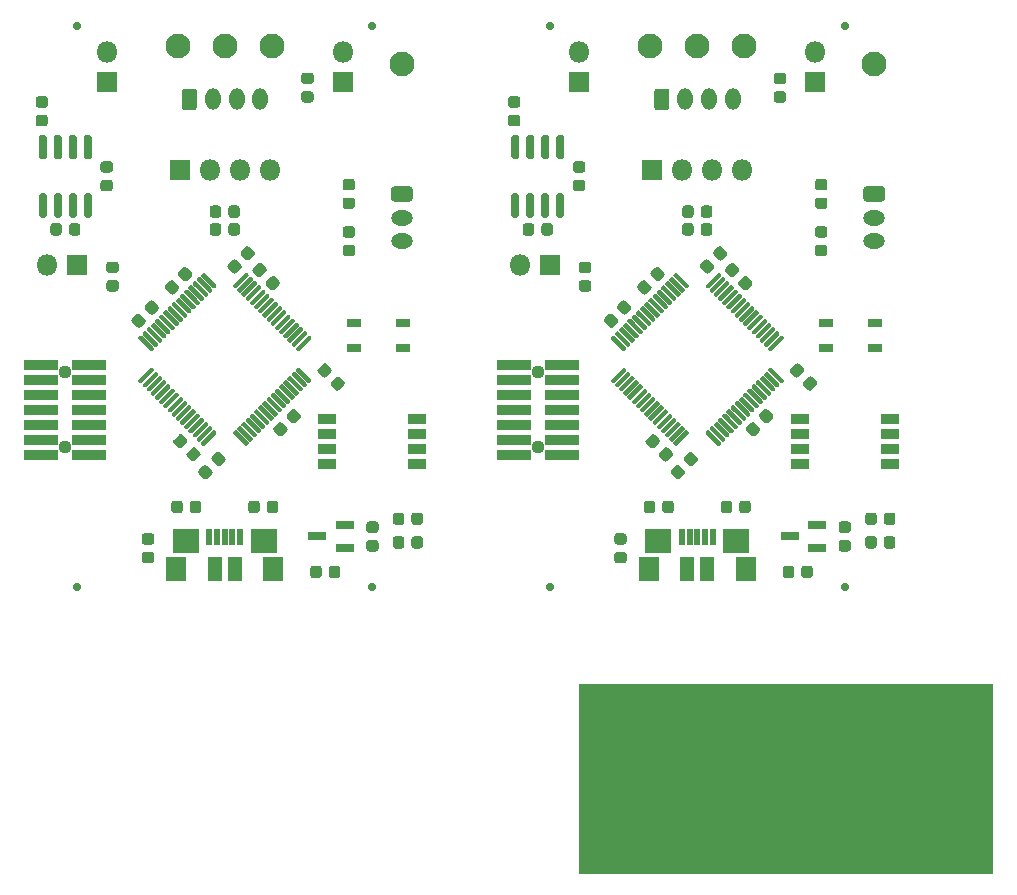
<source format=gts>
G04 #@! TF.GenerationSoftware,KiCad,Pcbnew,(5.1.6)-1*
G04 #@! TF.CreationDate,2020-09-04T00:39:58+09:00*
G04 #@! TF.ProjectId,forMnu,666f724d-6e75-42e6-9b69-6361645f7063,rev?*
G04 #@! TF.SameCoordinates,Original*
G04 #@! TF.FileFunction,Soldermask,Top*
G04 #@! TF.FilePolarity,Negative*
%FSLAX46Y46*%
G04 Gerber Fmt 4.6, Leading zero omitted, Abs format (unit mm)*
G04 Created by KiCad (PCBNEW (5.1.6)-1) date 2020-09-04 00:39:58*
%MOMM*%
%LPD*%
G01*
G04 APERTURE LIST*
%ADD10C,0.100000*%
%ADD11C,0.700000*%
%ADD12O,1.800000X1.800000*%
%ADD13R,1.800000X1.800000*%
%ADD14O,1.850000X1.300000*%
%ADD15C,1.120000*%
%ADD16R,2.890000X0.840000*%
%ADD17R,1.300000X2.000000*%
%ADD18R,1.700000X2.000000*%
%ADD19R,2.200000X2.100000*%
%ADD20R,0.500000X1.450000*%
%ADD21C,2.100000*%
%ADD22R,1.500000X0.700000*%
%ADD23O,1.300000X1.850000*%
%ADD24R,1.525000X0.850000*%
%ADD25R,1.150000X0.750000*%
G04 APERTURE END LIST*
D10*
G36*
X95000000Y-98000000D02*
G01*
X60000000Y-98000000D01*
X60000000Y-82000000D01*
X95000000Y-82000000D01*
X95000000Y-98000000D01*
G37*
X95000000Y-98000000D02*
X60000000Y-98000000D01*
X60000000Y-82000000D01*
X95000000Y-82000000D01*
X95000000Y-98000000D01*
D11*
X82500000Y-73750000D03*
X57500000Y-73750000D03*
X42500000Y-73750000D03*
X17500000Y-73750000D03*
X17500000Y-26250000D03*
X42500000Y-26250000D03*
X57500000Y-26250000D03*
X82500000Y-26250000D03*
G36*
G01*
X72950000Y-66718750D02*
X72950000Y-67281250D01*
G75*
G02*
X72706250Y-67525000I-243750J0D01*
G01*
X72218750Y-67525000D01*
G75*
G02*
X71975000Y-67281250I0J243750D01*
G01*
X71975000Y-66718750D01*
G75*
G02*
X72218750Y-66475000I243750J0D01*
G01*
X72706250Y-66475000D01*
G75*
G02*
X72950000Y-66718750I0J-243750D01*
G01*
G37*
G36*
G01*
X74525000Y-66718750D02*
X74525000Y-67281250D01*
G75*
G02*
X74281250Y-67525000I-243750J0D01*
G01*
X73793750Y-67525000D01*
G75*
G02*
X73550000Y-67281250I0J243750D01*
G01*
X73550000Y-66718750D01*
G75*
G02*
X73793750Y-66475000I243750J0D01*
G01*
X74281250Y-66475000D01*
G75*
G02*
X74525000Y-66718750I0J-243750D01*
G01*
G37*
G36*
G01*
X77225000Y-72781250D02*
X77225000Y-72218750D01*
G75*
G02*
X77468750Y-71975000I243750J0D01*
G01*
X77956250Y-71975000D01*
G75*
G02*
X78200000Y-72218750I0J-243750D01*
G01*
X78200000Y-72781250D01*
G75*
G02*
X77956250Y-73025000I-243750J0D01*
G01*
X77468750Y-73025000D01*
G75*
G02*
X77225000Y-72781250I0J243750D01*
G01*
G37*
G36*
G01*
X78800000Y-72781250D02*
X78800000Y-72218750D01*
G75*
G02*
X79043750Y-71975000I243750J0D01*
G01*
X79531250Y-71975000D01*
G75*
G02*
X79775000Y-72218750I0J-243750D01*
G01*
X79775000Y-72781250D01*
G75*
G02*
X79531250Y-73025000I-243750J0D01*
G01*
X79043750Y-73025000D01*
G75*
G02*
X78800000Y-72781250I0J243750D01*
G01*
G37*
G36*
G01*
X66803319Y-62403127D02*
X67201067Y-62005380D01*
G75*
G02*
X67545781Y-62005380I172357J-172357D01*
G01*
X67890495Y-62350094D01*
G75*
G02*
X67890495Y-62694808I-172357J-172357D01*
G01*
X67492747Y-63092556D01*
G75*
G02*
X67148033Y-63092556I-172357J172357D01*
G01*
X66803319Y-62747842D01*
G75*
G02*
X66803319Y-62403128I172357J172357D01*
G01*
G37*
G36*
G01*
X65689625Y-61289433D02*
X66087373Y-60891686D01*
G75*
G02*
X66432087Y-60891686I172357J-172357D01*
G01*
X66776801Y-61236400D01*
G75*
G02*
X66776801Y-61581114I-172357J-172357D01*
G01*
X66379053Y-61978862D01*
G75*
G02*
X66034339Y-61978862I-172357J172357D01*
G01*
X65689625Y-61634148D01*
G75*
G02*
X65689625Y-61289434I172357J172357D01*
G01*
G37*
D12*
X73800000Y-38460000D03*
X71260000Y-38460000D03*
X68720000Y-38460000D03*
D13*
X66180000Y-38460000D03*
G36*
G01*
X59718750Y-39300000D02*
X60281250Y-39300000D01*
G75*
G02*
X60525000Y-39543750I0J-243750D01*
G01*
X60525000Y-40031250D01*
G75*
G02*
X60281250Y-40275000I-243750J0D01*
G01*
X59718750Y-40275000D01*
G75*
G02*
X59475000Y-40031250I0J243750D01*
G01*
X59475000Y-39543750D01*
G75*
G02*
X59718750Y-39300000I243750J0D01*
G01*
G37*
G36*
G01*
X59718750Y-37725000D02*
X60281250Y-37725000D01*
G75*
G02*
X60525000Y-37968750I0J-243750D01*
G01*
X60525000Y-38456250D01*
G75*
G02*
X60281250Y-38700000I-243750J0D01*
G01*
X59718750Y-38700000D01*
G75*
G02*
X59475000Y-38456250I0J243750D01*
G01*
X59475000Y-37968750D01*
G75*
G02*
X59718750Y-37725000I243750J0D01*
G01*
G37*
D14*
X85000000Y-44500000D03*
X85000000Y-42500000D03*
G36*
G01*
X84345832Y-39850000D02*
X85654168Y-39850000D01*
G75*
G02*
X85925000Y-40120832I0J-270832D01*
G01*
X85925000Y-40879168D01*
G75*
G02*
X85654168Y-41150000I-270832J0D01*
G01*
X84345832Y-41150000D01*
G75*
G02*
X84075000Y-40879168I0J270832D01*
G01*
X84075000Y-40120832D01*
G75*
G02*
X84345832Y-39850000I270832J0D01*
G01*
G37*
G36*
G01*
X82218750Y-69800000D02*
X82781250Y-69800000D01*
G75*
G02*
X83025000Y-70043750I0J-243750D01*
G01*
X83025000Y-70531250D01*
G75*
G02*
X82781250Y-70775000I-243750J0D01*
G01*
X82218750Y-70775000D01*
G75*
G02*
X81975000Y-70531250I0J243750D01*
G01*
X81975000Y-70043750D01*
G75*
G02*
X82218750Y-69800000I243750J0D01*
G01*
G37*
G36*
G01*
X82218750Y-68225000D02*
X82781250Y-68225000D01*
G75*
G02*
X83025000Y-68468750I0J-243750D01*
G01*
X83025000Y-68956250D01*
G75*
G02*
X82781250Y-69200000I-243750J0D01*
G01*
X82218750Y-69200000D01*
G75*
G02*
X81975000Y-68956250I0J243750D01*
G01*
X81975000Y-68468750D01*
G75*
G02*
X82218750Y-68225000I243750J0D01*
G01*
G37*
G36*
G01*
X70707107Y-48206750D02*
X71732412Y-47181445D01*
G75*
G02*
X71873834Y-47181445I70711J-70711D01*
G01*
X72015255Y-47322866D01*
G75*
G02*
X72015255Y-47464288I-70711J-70711D01*
G01*
X70989950Y-48489593D01*
G75*
G02*
X70848528Y-48489593I-70711J70711D01*
G01*
X70707107Y-48348172D01*
G75*
G02*
X70707107Y-48206750I70711J70711D01*
G01*
G37*
G36*
G01*
X71060660Y-48560303D02*
X72085965Y-47534998D01*
G75*
G02*
X72227387Y-47534998I70711J-70711D01*
G01*
X72368808Y-47676419D01*
G75*
G02*
X72368808Y-47817841I-70711J-70711D01*
G01*
X71343503Y-48843146D01*
G75*
G02*
X71202081Y-48843146I-70711J70711D01*
G01*
X71060660Y-48701725D01*
G75*
G02*
X71060660Y-48560303I70711J70711D01*
G01*
G37*
G36*
G01*
X71414213Y-48913856D02*
X72439518Y-47888551D01*
G75*
G02*
X72580940Y-47888551I70711J-70711D01*
G01*
X72722361Y-48029972D01*
G75*
G02*
X72722361Y-48171394I-70711J-70711D01*
G01*
X71697056Y-49196699D01*
G75*
G02*
X71555634Y-49196699I-70711J70711D01*
G01*
X71414213Y-49055278D01*
G75*
G02*
X71414213Y-48913856I70711J70711D01*
G01*
G37*
G36*
G01*
X71767767Y-49267410D02*
X72793072Y-48242105D01*
G75*
G02*
X72934494Y-48242105I70711J-70711D01*
G01*
X73075915Y-48383526D01*
G75*
G02*
X73075915Y-48524948I-70711J-70711D01*
G01*
X72050610Y-49550253D01*
G75*
G02*
X71909188Y-49550253I-70711J70711D01*
G01*
X71767767Y-49408832D01*
G75*
G02*
X71767767Y-49267410I70711J70711D01*
G01*
G37*
G36*
G01*
X72121320Y-49620963D02*
X73146625Y-48595658D01*
G75*
G02*
X73288047Y-48595658I70711J-70711D01*
G01*
X73429468Y-48737079D01*
G75*
G02*
X73429468Y-48878501I-70711J-70711D01*
G01*
X72404163Y-49903806D01*
G75*
G02*
X72262741Y-49903806I-70711J70711D01*
G01*
X72121320Y-49762385D01*
G75*
G02*
X72121320Y-49620963I70711J70711D01*
G01*
G37*
G36*
G01*
X72474874Y-49974517D02*
X73500179Y-48949212D01*
G75*
G02*
X73641601Y-48949212I70711J-70711D01*
G01*
X73783022Y-49090633D01*
G75*
G02*
X73783022Y-49232055I-70711J-70711D01*
G01*
X72757717Y-50257360D01*
G75*
G02*
X72616295Y-50257360I-70711J70711D01*
G01*
X72474874Y-50115939D01*
G75*
G02*
X72474874Y-49974517I70711J70711D01*
G01*
G37*
G36*
G01*
X72828427Y-50328070D02*
X73853732Y-49302765D01*
G75*
G02*
X73995154Y-49302765I70711J-70711D01*
G01*
X74136575Y-49444186D01*
G75*
G02*
X74136575Y-49585608I-70711J-70711D01*
G01*
X73111270Y-50610913D01*
G75*
G02*
X72969848Y-50610913I-70711J70711D01*
G01*
X72828427Y-50469492D01*
G75*
G02*
X72828427Y-50328070I70711J70711D01*
G01*
G37*
G36*
G01*
X73181980Y-50681623D02*
X74207285Y-49656318D01*
G75*
G02*
X74348707Y-49656318I70711J-70711D01*
G01*
X74490128Y-49797739D01*
G75*
G02*
X74490128Y-49939161I-70711J-70711D01*
G01*
X73464823Y-50964466D01*
G75*
G02*
X73323401Y-50964466I-70711J70711D01*
G01*
X73181980Y-50823045D01*
G75*
G02*
X73181980Y-50681623I70711J70711D01*
G01*
G37*
G36*
G01*
X73535534Y-51035177D02*
X74560839Y-50009872D01*
G75*
G02*
X74702261Y-50009872I70711J-70711D01*
G01*
X74843682Y-50151293D01*
G75*
G02*
X74843682Y-50292715I-70711J-70711D01*
G01*
X73818377Y-51318020D01*
G75*
G02*
X73676955Y-51318020I-70711J70711D01*
G01*
X73535534Y-51176599D01*
G75*
G02*
X73535534Y-51035177I70711J70711D01*
G01*
G37*
G36*
G01*
X73889087Y-51388730D02*
X74914392Y-50363425D01*
G75*
G02*
X75055814Y-50363425I70711J-70711D01*
G01*
X75197235Y-50504846D01*
G75*
G02*
X75197235Y-50646268I-70711J-70711D01*
G01*
X74171930Y-51671573D01*
G75*
G02*
X74030508Y-51671573I-70711J70711D01*
G01*
X73889087Y-51530152D01*
G75*
G02*
X73889087Y-51388730I70711J70711D01*
G01*
G37*
G36*
G01*
X74242640Y-51742283D02*
X75267945Y-50716978D01*
G75*
G02*
X75409367Y-50716978I70711J-70711D01*
G01*
X75550788Y-50858399D01*
G75*
G02*
X75550788Y-50999821I-70711J-70711D01*
G01*
X74525483Y-52025126D01*
G75*
G02*
X74384061Y-52025126I-70711J70711D01*
G01*
X74242640Y-51883705D01*
G75*
G02*
X74242640Y-51742283I70711J70711D01*
G01*
G37*
G36*
G01*
X74596194Y-52095837D02*
X75621499Y-51070532D01*
G75*
G02*
X75762921Y-51070532I70711J-70711D01*
G01*
X75904342Y-51211953D01*
G75*
G02*
X75904342Y-51353375I-70711J-70711D01*
G01*
X74879037Y-52378680D01*
G75*
G02*
X74737615Y-52378680I-70711J70711D01*
G01*
X74596194Y-52237259D01*
G75*
G02*
X74596194Y-52095837I70711J70711D01*
G01*
G37*
G36*
G01*
X74949747Y-52449390D02*
X75975052Y-51424085D01*
G75*
G02*
X76116474Y-51424085I70711J-70711D01*
G01*
X76257895Y-51565506D01*
G75*
G02*
X76257895Y-51706928I-70711J-70711D01*
G01*
X75232590Y-52732233D01*
G75*
G02*
X75091168Y-52732233I-70711J70711D01*
G01*
X74949747Y-52590812D01*
G75*
G02*
X74949747Y-52449390I70711J70711D01*
G01*
G37*
G36*
G01*
X75303301Y-52802944D02*
X76328606Y-51777639D01*
G75*
G02*
X76470028Y-51777639I70711J-70711D01*
G01*
X76611449Y-51919060D01*
G75*
G02*
X76611449Y-52060482I-70711J-70711D01*
G01*
X75586144Y-53085787D01*
G75*
G02*
X75444722Y-53085787I-70711J70711D01*
G01*
X75303301Y-52944366D01*
G75*
G02*
X75303301Y-52802944I70711J70711D01*
G01*
G37*
G36*
G01*
X75656854Y-53156497D02*
X76682159Y-52131192D01*
G75*
G02*
X76823581Y-52131192I70711J-70711D01*
G01*
X76965002Y-52272613D01*
G75*
G02*
X76965002Y-52414035I-70711J-70711D01*
G01*
X75939697Y-53439340D01*
G75*
G02*
X75798275Y-53439340I-70711J70711D01*
G01*
X75656854Y-53297919D01*
G75*
G02*
X75656854Y-53156497I70711J70711D01*
G01*
G37*
G36*
G01*
X76010407Y-53510050D02*
X77035712Y-52484745D01*
G75*
G02*
X77177134Y-52484745I70711J-70711D01*
G01*
X77318555Y-52626166D01*
G75*
G02*
X77318555Y-52767588I-70711J-70711D01*
G01*
X76293250Y-53792893D01*
G75*
G02*
X76151828Y-53792893I-70711J70711D01*
G01*
X76010407Y-53651472D01*
G75*
G02*
X76010407Y-53510050I70711J70711D01*
G01*
G37*
G36*
G01*
X76010407Y-55348529D02*
X76151828Y-55207107D01*
G75*
G02*
X76293250Y-55207107I70711J-70711D01*
G01*
X77318555Y-56232412D01*
G75*
G02*
X77318555Y-56373834I-70711J-70711D01*
G01*
X77177134Y-56515255D01*
G75*
G02*
X77035712Y-56515255I-70711J70711D01*
G01*
X76010407Y-55489950D01*
G75*
G02*
X76010407Y-55348528I70711J70711D01*
G01*
G37*
G36*
G01*
X75656854Y-55702082D02*
X75798275Y-55560660D01*
G75*
G02*
X75939697Y-55560660I70711J-70711D01*
G01*
X76965002Y-56585965D01*
G75*
G02*
X76965002Y-56727387I-70711J-70711D01*
G01*
X76823581Y-56868808D01*
G75*
G02*
X76682159Y-56868808I-70711J70711D01*
G01*
X75656854Y-55843503D01*
G75*
G02*
X75656854Y-55702081I70711J70711D01*
G01*
G37*
G36*
G01*
X75303301Y-56055635D02*
X75444722Y-55914213D01*
G75*
G02*
X75586144Y-55914213I70711J-70711D01*
G01*
X76611449Y-56939518D01*
G75*
G02*
X76611449Y-57080940I-70711J-70711D01*
G01*
X76470028Y-57222361D01*
G75*
G02*
X76328606Y-57222361I-70711J70711D01*
G01*
X75303301Y-56197056D01*
G75*
G02*
X75303301Y-56055634I70711J70711D01*
G01*
G37*
G36*
G01*
X74949747Y-56409189D02*
X75091168Y-56267767D01*
G75*
G02*
X75232590Y-56267767I70711J-70711D01*
G01*
X76257895Y-57293072D01*
G75*
G02*
X76257895Y-57434494I-70711J-70711D01*
G01*
X76116474Y-57575915D01*
G75*
G02*
X75975052Y-57575915I-70711J70711D01*
G01*
X74949747Y-56550610D01*
G75*
G02*
X74949747Y-56409188I70711J70711D01*
G01*
G37*
G36*
G01*
X74596194Y-56762742D02*
X74737615Y-56621320D01*
G75*
G02*
X74879037Y-56621320I70711J-70711D01*
G01*
X75904342Y-57646625D01*
G75*
G02*
X75904342Y-57788047I-70711J-70711D01*
G01*
X75762921Y-57929468D01*
G75*
G02*
X75621499Y-57929468I-70711J70711D01*
G01*
X74596194Y-56904163D01*
G75*
G02*
X74596194Y-56762741I70711J70711D01*
G01*
G37*
G36*
G01*
X74242640Y-57116296D02*
X74384061Y-56974874D01*
G75*
G02*
X74525483Y-56974874I70711J-70711D01*
G01*
X75550788Y-58000179D01*
G75*
G02*
X75550788Y-58141601I-70711J-70711D01*
G01*
X75409367Y-58283022D01*
G75*
G02*
X75267945Y-58283022I-70711J70711D01*
G01*
X74242640Y-57257717D01*
G75*
G02*
X74242640Y-57116295I70711J70711D01*
G01*
G37*
G36*
G01*
X73889087Y-57469849D02*
X74030508Y-57328427D01*
G75*
G02*
X74171930Y-57328427I70711J-70711D01*
G01*
X75197235Y-58353732D01*
G75*
G02*
X75197235Y-58495154I-70711J-70711D01*
G01*
X75055814Y-58636575D01*
G75*
G02*
X74914392Y-58636575I-70711J70711D01*
G01*
X73889087Y-57611270D01*
G75*
G02*
X73889087Y-57469848I70711J70711D01*
G01*
G37*
G36*
G01*
X73535534Y-57823402D02*
X73676955Y-57681980D01*
G75*
G02*
X73818377Y-57681980I70711J-70711D01*
G01*
X74843682Y-58707285D01*
G75*
G02*
X74843682Y-58848707I-70711J-70711D01*
G01*
X74702261Y-58990128D01*
G75*
G02*
X74560839Y-58990128I-70711J70711D01*
G01*
X73535534Y-57964823D01*
G75*
G02*
X73535534Y-57823401I70711J70711D01*
G01*
G37*
G36*
G01*
X73181980Y-58176956D02*
X73323401Y-58035534D01*
G75*
G02*
X73464823Y-58035534I70711J-70711D01*
G01*
X74490128Y-59060839D01*
G75*
G02*
X74490128Y-59202261I-70711J-70711D01*
G01*
X74348707Y-59343682D01*
G75*
G02*
X74207285Y-59343682I-70711J70711D01*
G01*
X73181980Y-58318377D01*
G75*
G02*
X73181980Y-58176955I70711J70711D01*
G01*
G37*
G36*
G01*
X72828427Y-58530509D02*
X72969848Y-58389087D01*
G75*
G02*
X73111270Y-58389087I70711J-70711D01*
G01*
X74136575Y-59414392D01*
G75*
G02*
X74136575Y-59555814I-70711J-70711D01*
G01*
X73995154Y-59697235D01*
G75*
G02*
X73853732Y-59697235I-70711J70711D01*
G01*
X72828427Y-58671930D01*
G75*
G02*
X72828427Y-58530508I70711J70711D01*
G01*
G37*
G36*
G01*
X72474874Y-58884062D02*
X72616295Y-58742640D01*
G75*
G02*
X72757717Y-58742640I70711J-70711D01*
G01*
X73783022Y-59767945D01*
G75*
G02*
X73783022Y-59909367I-70711J-70711D01*
G01*
X73641601Y-60050788D01*
G75*
G02*
X73500179Y-60050788I-70711J70711D01*
G01*
X72474874Y-59025483D01*
G75*
G02*
X72474874Y-58884061I70711J70711D01*
G01*
G37*
G36*
G01*
X72121320Y-59237616D02*
X72262741Y-59096194D01*
G75*
G02*
X72404163Y-59096194I70711J-70711D01*
G01*
X73429468Y-60121499D01*
G75*
G02*
X73429468Y-60262921I-70711J-70711D01*
G01*
X73288047Y-60404342D01*
G75*
G02*
X73146625Y-60404342I-70711J70711D01*
G01*
X72121320Y-59379037D01*
G75*
G02*
X72121320Y-59237615I70711J70711D01*
G01*
G37*
G36*
G01*
X71767767Y-59591169D02*
X71909188Y-59449747D01*
G75*
G02*
X72050610Y-59449747I70711J-70711D01*
G01*
X73075915Y-60475052D01*
G75*
G02*
X73075915Y-60616474I-70711J-70711D01*
G01*
X72934494Y-60757895D01*
G75*
G02*
X72793072Y-60757895I-70711J70711D01*
G01*
X71767767Y-59732590D01*
G75*
G02*
X71767767Y-59591168I70711J70711D01*
G01*
G37*
G36*
G01*
X71414213Y-59944723D02*
X71555634Y-59803301D01*
G75*
G02*
X71697056Y-59803301I70711J-70711D01*
G01*
X72722361Y-60828606D01*
G75*
G02*
X72722361Y-60970028I-70711J-70711D01*
G01*
X72580940Y-61111449D01*
G75*
G02*
X72439518Y-61111449I-70711J70711D01*
G01*
X71414213Y-60086144D01*
G75*
G02*
X71414213Y-59944722I70711J70711D01*
G01*
G37*
G36*
G01*
X71060660Y-60298276D02*
X71202081Y-60156854D01*
G75*
G02*
X71343503Y-60156854I70711J-70711D01*
G01*
X72368808Y-61182159D01*
G75*
G02*
X72368808Y-61323581I-70711J-70711D01*
G01*
X72227387Y-61465002D01*
G75*
G02*
X72085965Y-61465002I-70711J70711D01*
G01*
X71060660Y-60439697D01*
G75*
G02*
X71060660Y-60298275I70711J70711D01*
G01*
G37*
G36*
G01*
X70707107Y-60651829D02*
X70848528Y-60510407D01*
G75*
G02*
X70989950Y-60510407I70711J-70711D01*
G01*
X72015255Y-61535712D01*
G75*
G02*
X72015255Y-61677134I-70711J-70711D01*
G01*
X71873834Y-61818555D01*
G75*
G02*
X71732412Y-61818555I-70711J70711D01*
G01*
X70707107Y-60793250D01*
G75*
G02*
X70707107Y-60651828I70711J70711D01*
G01*
G37*
G36*
G01*
X67984745Y-61535712D02*
X69010050Y-60510407D01*
G75*
G02*
X69151472Y-60510407I70711J-70711D01*
G01*
X69292893Y-60651828D01*
G75*
G02*
X69292893Y-60793250I-70711J-70711D01*
G01*
X68267588Y-61818555D01*
G75*
G02*
X68126166Y-61818555I-70711J70711D01*
G01*
X67984745Y-61677134D01*
G75*
G02*
X67984745Y-61535712I70711J70711D01*
G01*
G37*
G36*
G01*
X67631192Y-61182159D02*
X68656497Y-60156854D01*
G75*
G02*
X68797919Y-60156854I70711J-70711D01*
G01*
X68939340Y-60298275D01*
G75*
G02*
X68939340Y-60439697I-70711J-70711D01*
G01*
X67914035Y-61465002D01*
G75*
G02*
X67772613Y-61465002I-70711J70711D01*
G01*
X67631192Y-61323581D01*
G75*
G02*
X67631192Y-61182159I70711J70711D01*
G01*
G37*
G36*
G01*
X67277639Y-60828606D02*
X68302944Y-59803301D01*
G75*
G02*
X68444366Y-59803301I70711J-70711D01*
G01*
X68585787Y-59944722D01*
G75*
G02*
X68585787Y-60086144I-70711J-70711D01*
G01*
X67560482Y-61111449D01*
G75*
G02*
X67419060Y-61111449I-70711J70711D01*
G01*
X67277639Y-60970028D01*
G75*
G02*
X67277639Y-60828606I70711J70711D01*
G01*
G37*
G36*
G01*
X66924085Y-60475052D02*
X67949390Y-59449747D01*
G75*
G02*
X68090812Y-59449747I70711J-70711D01*
G01*
X68232233Y-59591168D01*
G75*
G02*
X68232233Y-59732590I-70711J-70711D01*
G01*
X67206928Y-60757895D01*
G75*
G02*
X67065506Y-60757895I-70711J70711D01*
G01*
X66924085Y-60616474D01*
G75*
G02*
X66924085Y-60475052I70711J70711D01*
G01*
G37*
G36*
G01*
X66570532Y-60121499D02*
X67595837Y-59096194D01*
G75*
G02*
X67737259Y-59096194I70711J-70711D01*
G01*
X67878680Y-59237615D01*
G75*
G02*
X67878680Y-59379037I-70711J-70711D01*
G01*
X66853375Y-60404342D01*
G75*
G02*
X66711953Y-60404342I-70711J70711D01*
G01*
X66570532Y-60262921D01*
G75*
G02*
X66570532Y-60121499I70711J70711D01*
G01*
G37*
G36*
G01*
X66216978Y-59767945D02*
X67242283Y-58742640D01*
G75*
G02*
X67383705Y-58742640I70711J-70711D01*
G01*
X67525126Y-58884061D01*
G75*
G02*
X67525126Y-59025483I-70711J-70711D01*
G01*
X66499821Y-60050788D01*
G75*
G02*
X66358399Y-60050788I-70711J70711D01*
G01*
X66216978Y-59909367D01*
G75*
G02*
X66216978Y-59767945I70711J70711D01*
G01*
G37*
G36*
G01*
X65863425Y-59414392D02*
X66888730Y-58389087D01*
G75*
G02*
X67030152Y-58389087I70711J-70711D01*
G01*
X67171573Y-58530508D01*
G75*
G02*
X67171573Y-58671930I-70711J-70711D01*
G01*
X66146268Y-59697235D01*
G75*
G02*
X66004846Y-59697235I-70711J70711D01*
G01*
X65863425Y-59555814D01*
G75*
G02*
X65863425Y-59414392I70711J70711D01*
G01*
G37*
G36*
G01*
X65509872Y-59060839D02*
X66535177Y-58035534D01*
G75*
G02*
X66676599Y-58035534I70711J-70711D01*
G01*
X66818020Y-58176955D01*
G75*
G02*
X66818020Y-58318377I-70711J-70711D01*
G01*
X65792715Y-59343682D01*
G75*
G02*
X65651293Y-59343682I-70711J70711D01*
G01*
X65509872Y-59202261D01*
G75*
G02*
X65509872Y-59060839I70711J70711D01*
G01*
G37*
G36*
G01*
X65156318Y-58707285D02*
X66181623Y-57681980D01*
G75*
G02*
X66323045Y-57681980I70711J-70711D01*
G01*
X66464466Y-57823401D01*
G75*
G02*
X66464466Y-57964823I-70711J-70711D01*
G01*
X65439161Y-58990128D01*
G75*
G02*
X65297739Y-58990128I-70711J70711D01*
G01*
X65156318Y-58848707D01*
G75*
G02*
X65156318Y-58707285I70711J70711D01*
G01*
G37*
G36*
G01*
X64802765Y-58353732D02*
X65828070Y-57328427D01*
G75*
G02*
X65969492Y-57328427I70711J-70711D01*
G01*
X66110913Y-57469848D01*
G75*
G02*
X66110913Y-57611270I-70711J-70711D01*
G01*
X65085608Y-58636575D01*
G75*
G02*
X64944186Y-58636575I-70711J70711D01*
G01*
X64802765Y-58495154D01*
G75*
G02*
X64802765Y-58353732I70711J70711D01*
G01*
G37*
G36*
G01*
X64449212Y-58000179D02*
X65474517Y-56974874D01*
G75*
G02*
X65615939Y-56974874I70711J-70711D01*
G01*
X65757360Y-57116295D01*
G75*
G02*
X65757360Y-57257717I-70711J-70711D01*
G01*
X64732055Y-58283022D01*
G75*
G02*
X64590633Y-58283022I-70711J70711D01*
G01*
X64449212Y-58141601D01*
G75*
G02*
X64449212Y-58000179I70711J70711D01*
G01*
G37*
G36*
G01*
X64095658Y-57646625D02*
X65120963Y-56621320D01*
G75*
G02*
X65262385Y-56621320I70711J-70711D01*
G01*
X65403806Y-56762741D01*
G75*
G02*
X65403806Y-56904163I-70711J-70711D01*
G01*
X64378501Y-57929468D01*
G75*
G02*
X64237079Y-57929468I-70711J70711D01*
G01*
X64095658Y-57788047D01*
G75*
G02*
X64095658Y-57646625I70711J70711D01*
G01*
G37*
G36*
G01*
X63742105Y-57293072D02*
X64767410Y-56267767D01*
G75*
G02*
X64908832Y-56267767I70711J-70711D01*
G01*
X65050253Y-56409188D01*
G75*
G02*
X65050253Y-56550610I-70711J-70711D01*
G01*
X64024948Y-57575915D01*
G75*
G02*
X63883526Y-57575915I-70711J70711D01*
G01*
X63742105Y-57434494D01*
G75*
G02*
X63742105Y-57293072I70711J70711D01*
G01*
G37*
G36*
G01*
X63388551Y-56939518D02*
X64413856Y-55914213D01*
G75*
G02*
X64555278Y-55914213I70711J-70711D01*
G01*
X64696699Y-56055634D01*
G75*
G02*
X64696699Y-56197056I-70711J-70711D01*
G01*
X63671394Y-57222361D01*
G75*
G02*
X63529972Y-57222361I-70711J70711D01*
G01*
X63388551Y-57080940D01*
G75*
G02*
X63388551Y-56939518I70711J70711D01*
G01*
G37*
G36*
G01*
X63034998Y-56585965D02*
X64060303Y-55560660D01*
G75*
G02*
X64201725Y-55560660I70711J-70711D01*
G01*
X64343146Y-55702081D01*
G75*
G02*
X64343146Y-55843503I-70711J-70711D01*
G01*
X63317841Y-56868808D01*
G75*
G02*
X63176419Y-56868808I-70711J70711D01*
G01*
X63034998Y-56727387D01*
G75*
G02*
X63034998Y-56585965I70711J70711D01*
G01*
G37*
G36*
G01*
X62681445Y-56232412D02*
X63706750Y-55207107D01*
G75*
G02*
X63848172Y-55207107I70711J-70711D01*
G01*
X63989593Y-55348528D01*
G75*
G02*
X63989593Y-55489950I-70711J-70711D01*
G01*
X62964288Y-56515255D01*
G75*
G02*
X62822866Y-56515255I-70711J70711D01*
G01*
X62681445Y-56373834D01*
G75*
G02*
X62681445Y-56232412I70711J70711D01*
G01*
G37*
G36*
G01*
X62681445Y-52626167D02*
X62822866Y-52484745D01*
G75*
G02*
X62964288Y-52484745I70711J-70711D01*
G01*
X63989593Y-53510050D01*
G75*
G02*
X63989593Y-53651472I-70711J-70711D01*
G01*
X63848172Y-53792893D01*
G75*
G02*
X63706750Y-53792893I-70711J70711D01*
G01*
X62681445Y-52767588D01*
G75*
G02*
X62681445Y-52626166I70711J70711D01*
G01*
G37*
G36*
G01*
X63034998Y-52272614D02*
X63176419Y-52131192D01*
G75*
G02*
X63317841Y-52131192I70711J-70711D01*
G01*
X64343146Y-53156497D01*
G75*
G02*
X64343146Y-53297919I-70711J-70711D01*
G01*
X64201725Y-53439340D01*
G75*
G02*
X64060303Y-53439340I-70711J70711D01*
G01*
X63034998Y-52414035D01*
G75*
G02*
X63034998Y-52272613I70711J70711D01*
G01*
G37*
G36*
G01*
X63388551Y-51919061D02*
X63529972Y-51777639D01*
G75*
G02*
X63671394Y-51777639I70711J-70711D01*
G01*
X64696699Y-52802944D01*
G75*
G02*
X64696699Y-52944366I-70711J-70711D01*
G01*
X64555278Y-53085787D01*
G75*
G02*
X64413856Y-53085787I-70711J70711D01*
G01*
X63388551Y-52060482D01*
G75*
G02*
X63388551Y-51919060I70711J70711D01*
G01*
G37*
G36*
G01*
X63742105Y-51565507D02*
X63883526Y-51424085D01*
G75*
G02*
X64024948Y-51424085I70711J-70711D01*
G01*
X65050253Y-52449390D01*
G75*
G02*
X65050253Y-52590812I-70711J-70711D01*
G01*
X64908832Y-52732233D01*
G75*
G02*
X64767410Y-52732233I-70711J70711D01*
G01*
X63742105Y-51706928D01*
G75*
G02*
X63742105Y-51565506I70711J70711D01*
G01*
G37*
G36*
G01*
X64095658Y-51211954D02*
X64237079Y-51070532D01*
G75*
G02*
X64378501Y-51070532I70711J-70711D01*
G01*
X65403806Y-52095837D01*
G75*
G02*
X65403806Y-52237259I-70711J-70711D01*
G01*
X65262385Y-52378680D01*
G75*
G02*
X65120963Y-52378680I-70711J70711D01*
G01*
X64095658Y-51353375D01*
G75*
G02*
X64095658Y-51211953I70711J70711D01*
G01*
G37*
G36*
G01*
X64449212Y-50858400D02*
X64590633Y-50716978D01*
G75*
G02*
X64732055Y-50716978I70711J-70711D01*
G01*
X65757360Y-51742283D01*
G75*
G02*
X65757360Y-51883705I-70711J-70711D01*
G01*
X65615939Y-52025126D01*
G75*
G02*
X65474517Y-52025126I-70711J70711D01*
G01*
X64449212Y-50999821D01*
G75*
G02*
X64449212Y-50858399I70711J70711D01*
G01*
G37*
G36*
G01*
X64802765Y-50504847D02*
X64944186Y-50363425D01*
G75*
G02*
X65085608Y-50363425I70711J-70711D01*
G01*
X66110913Y-51388730D01*
G75*
G02*
X66110913Y-51530152I-70711J-70711D01*
G01*
X65969492Y-51671573D01*
G75*
G02*
X65828070Y-51671573I-70711J70711D01*
G01*
X64802765Y-50646268D01*
G75*
G02*
X64802765Y-50504846I70711J70711D01*
G01*
G37*
G36*
G01*
X65156318Y-50151294D02*
X65297739Y-50009872D01*
G75*
G02*
X65439161Y-50009872I70711J-70711D01*
G01*
X66464466Y-51035177D01*
G75*
G02*
X66464466Y-51176599I-70711J-70711D01*
G01*
X66323045Y-51318020D01*
G75*
G02*
X66181623Y-51318020I-70711J70711D01*
G01*
X65156318Y-50292715D01*
G75*
G02*
X65156318Y-50151293I70711J70711D01*
G01*
G37*
G36*
G01*
X65509872Y-49797740D02*
X65651293Y-49656318D01*
G75*
G02*
X65792715Y-49656318I70711J-70711D01*
G01*
X66818020Y-50681623D01*
G75*
G02*
X66818020Y-50823045I-70711J-70711D01*
G01*
X66676599Y-50964466D01*
G75*
G02*
X66535177Y-50964466I-70711J70711D01*
G01*
X65509872Y-49939161D01*
G75*
G02*
X65509872Y-49797739I70711J70711D01*
G01*
G37*
G36*
G01*
X65863425Y-49444187D02*
X66004846Y-49302765D01*
G75*
G02*
X66146268Y-49302765I70711J-70711D01*
G01*
X67171573Y-50328070D01*
G75*
G02*
X67171573Y-50469492I-70711J-70711D01*
G01*
X67030152Y-50610913D01*
G75*
G02*
X66888730Y-50610913I-70711J70711D01*
G01*
X65863425Y-49585608D01*
G75*
G02*
X65863425Y-49444186I70711J70711D01*
G01*
G37*
G36*
G01*
X66216978Y-49090634D02*
X66358399Y-48949212D01*
G75*
G02*
X66499821Y-48949212I70711J-70711D01*
G01*
X67525126Y-49974517D01*
G75*
G02*
X67525126Y-50115939I-70711J-70711D01*
G01*
X67383705Y-50257360D01*
G75*
G02*
X67242283Y-50257360I-70711J70711D01*
G01*
X66216978Y-49232055D01*
G75*
G02*
X66216978Y-49090633I70711J70711D01*
G01*
G37*
G36*
G01*
X66570532Y-48737080D02*
X66711953Y-48595658D01*
G75*
G02*
X66853375Y-48595658I70711J-70711D01*
G01*
X67878680Y-49620963D01*
G75*
G02*
X67878680Y-49762385I-70711J-70711D01*
G01*
X67737259Y-49903806D01*
G75*
G02*
X67595837Y-49903806I-70711J70711D01*
G01*
X66570532Y-48878501D01*
G75*
G02*
X66570532Y-48737079I70711J70711D01*
G01*
G37*
G36*
G01*
X66924085Y-48383527D02*
X67065506Y-48242105D01*
G75*
G02*
X67206928Y-48242105I70711J-70711D01*
G01*
X68232233Y-49267410D01*
G75*
G02*
X68232233Y-49408832I-70711J-70711D01*
G01*
X68090812Y-49550253D01*
G75*
G02*
X67949390Y-49550253I-70711J70711D01*
G01*
X66924085Y-48524948D01*
G75*
G02*
X66924085Y-48383526I70711J70711D01*
G01*
G37*
G36*
G01*
X67277639Y-48029973D02*
X67419060Y-47888551D01*
G75*
G02*
X67560482Y-47888551I70711J-70711D01*
G01*
X68585787Y-48913856D01*
G75*
G02*
X68585787Y-49055278I-70711J-70711D01*
G01*
X68444366Y-49196699D01*
G75*
G02*
X68302944Y-49196699I-70711J70711D01*
G01*
X67277639Y-48171394D01*
G75*
G02*
X67277639Y-48029972I70711J70711D01*
G01*
G37*
G36*
G01*
X67631192Y-47676420D02*
X67772613Y-47534998D01*
G75*
G02*
X67914035Y-47534998I70711J-70711D01*
G01*
X68939340Y-48560303D01*
G75*
G02*
X68939340Y-48701725I-70711J-70711D01*
G01*
X68797919Y-48843146D01*
G75*
G02*
X68656497Y-48843146I-70711J70711D01*
G01*
X67631192Y-47817841D01*
G75*
G02*
X67631192Y-47676419I70711J70711D01*
G01*
G37*
G36*
G01*
X67984745Y-47322867D02*
X68126166Y-47181445D01*
G75*
G02*
X68267588Y-47181445I70711J-70711D01*
G01*
X69292893Y-48206750D01*
G75*
G02*
X69292893Y-48348172I-70711J-70711D01*
G01*
X69151472Y-48489593D01*
G75*
G02*
X69010050Y-48489593I-70711J70711D01*
G01*
X67984745Y-47464288D01*
G75*
G02*
X67984745Y-47322866I70711J70711D01*
G01*
G37*
G36*
G01*
X85800000Y-70281250D02*
X85800000Y-69718750D01*
G75*
G02*
X86043750Y-69475000I243750J0D01*
G01*
X86531250Y-69475000D01*
G75*
G02*
X86775000Y-69718750I0J-243750D01*
G01*
X86775000Y-70281250D01*
G75*
G02*
X86531250Y-70525000I-243750J0D01*
G01*
X86043750Y-70525000D01*
G75*
G02*
X85800000Y-70281250I0J243750D01*
G01*
G37*
G36*
G01*
X84225000Y-70281250D02*
X84225000Y-69718750D01*
G75*
G02*
X84468750Y-69475000I243750J0D01*
G01*
X84956250Y-69475000D01*
G75*
G02*
X85200000Y-69718750I0J-243750D01*
G01*
X85200000Y-70281250D01*
G75*
G02*
X84956250Y-70525000I-243750J0D01*
G01*
X84468750Y-70525000D01*
G75*
G02*
X84225000Y-70281250I0J243750D01*
G01*
G37*
G36*
G01*
X56200000Y-43218750D02*
X56200000Y-43781250D01*
G75*
G02*
X55956250Y-44025000I-243750J0D01*
G01*
X55468750Y-44025000D01*
G75*
G02*
X55225000Y-43781250I0J243750D01*
G01*
X55225000Y-43218750D01*
G75*
G02*
X55468750Y-42975000I243750J0D01*
G01*
X55956250Y-42975000D01*
G75*
G02*
X56200000Y-43218750I0J-243750D01*
G01*
G37*
G36*
G01*
X57775000Y-43218750D02*
X57775000Y-43781250D01*
G75*
G02*
X57531250Y-44025000I-243750J0D01*
G01*
X57043750Y-44025000D01*
G75*
G02*
X56800000Y-43781250I0J243750D01*
G01*
X56800000Y-43218750D01*
G75*
G02*
X57043750Y-42975000I243750J0D01*
G01*
X57531250Y-42975000D01*
G75*
G02*
X57775000Y-43218750I0J-243750D01*
G01*
G37*
D15*
X56500000Y-55575000D03*
X56500000Y-61925000D03*
D16*
X54465000Y-54940000D03*
X58535000Y-54940000D03*
X54465000Y-56210000D03*
X58535000Y-56210000D03*
X54465000Y-57480000D03*
X58535000Y-57480000D03*
X54465000Y-58750000D03*
X58535000Y-58750000D03*
X54465000Y-60020000D03*
X58535000Y-60020000D03*
X54465000Y-61290000D03*
X58535000Y-61290000D03*
X54465000Y-62560000D03*
X58535000Y-62560000D03*
G36*
G01*
X68725000Y-43781250D02*
X68725000Y-43218750D01*
G75*
G02*
X68968750Y-42975000I243750J0D01*
G01*
X69456250Y-42975000D01*
G75*
G02*
X69700000Y-43218750I0J-243750D01*
G01*
X69700000Y-43781250D01*
G75*
G02*
X69456250Y-44025000I-243750J0D01*
G01*
X68968750Y-44025000D01*
G75*
G02*
X68725000Y-43781250I0J243750D01*
G01*
G37*
G36*
G01*
X70300000Y-43781250D02*
X70300000Y-43218750D01*
G75*
G02*
X70543750Y-42975000I243750J0D01*
G01*
X71031250Y-42975000D01*
G75*
G02*
X71275000Y-43218750I0J-243750D01*
G01*
X71275000Y-43781250D01*
G75*
G02*
X71031250Y-44025000I-243750J0D01*
G01*
X70543750Y-44025000D01*
G75*
G02*
X70300000Y-43781250I0J243750D01*
G01*
G37*
D17*
X70850000Y-72250000D03*
X69150000Y-72250000D03*
D18*
X74100000Y-72250000D03*
X65900000Y-72250000D03*
D19*
X73300000Y-69900000D03*
X66700000Y-69900000D03*
D20*
X68700000Y-69575000D03*
X69350000Y-69575000D03*
X70000000Y-69575000D03*
X70650000Y-69575000D03*
X71300000Y-69575000D03*
D21*
X66000000Y-28000000D03*
G36*
G01*
X63781250Y-71775000D02*
X63218750Y-71775000D01*
G75*
G02*
X62975000Y-71531250I0J243750D01*
G01*
X62975000Y-71043750D01*
G75*
G02*
X63218750Y-70800000I243750J0D01*
G01*
X63781250Y-70800000D01*
G75*
G02*
X64025000Y-71043750I0J-243750D01*
G01*
X64025000Y-71531250D01*
G75*
G02*
X63781250Y-71775000I-243750J0D01*
G01*
G37*
G36*
G01*
X63781250Y-70200000D02*
X63218750Y-70200000D01*
G75*
G02*
X62975000Y-69956250I0J243750D01*
G01*
X62975000Y-69468750D01*
G75*
G02*
X63218750Y-69225000I243750J0D01*
G01*
X63781250Y-69225000D01*
G75*
G02*
X64025000Y-69468750I0J-243750D01*
G01*
X64025000Y-69956250D01*
G75*
G02*
X63781250Y-70200000I-243750J0D01*
G01*
G37*
G36*
G01*
X79013259Y-56411006D02*
X79411007Y-56013259D01*
G75*
G02*
X79755721Y-56013259I172357J-172357D01*
G01*
X80100435Y-56357973D01*
G75*
G02*
X80100435Y-56702687I-172357J-172357D01*
G01*
X79702687Y-57100435D01*
G75*
G02*
X79357973Y-57100435I-172357J172357D01*
G01*
X79013259Y-56755721D01*
G75*
G02*
X79013259Y-56411007I172357J172357D01*
G01*
G37*
G36*
G01*
X77899565Y-55297312D02*
X78297313Y-54899565D01*
G75*
G02*
X78642027Y-54899565I172357J-172357D01*
G01*
X78986741Y-55244279D01*
G75*
G02*
X78986741Y-55588993I-172357J-172357D01*
G01*
X78588993Y-55986741D01*
G75*
G02*
X78244279Y-55986741I-172357J172357D01*
G01*
X77899565Y-55642027D01*
G75*
G02*
X77899565Y-55297313I172357J172357D01*
G01*
G37*
X85000000Y-29500000D03*
G36*
G01*
X62551838Y-51778848D02*
X62154091Y-51381100D01*
G75*
G02*
X62154091Y-51036386I172357J172357D01*
G01*
X62498805Y-50691672D01*
G75*
G02*
X62843519Y-50691672I172357J-172357D01*
G01*
X63241267Y-51089420D01*
G75*
G02*
X63241267Y-51434134I-172357J-172357D01*
G01*
X62896553Y-51778848D01*
G75*
G02*
X62551839Y-51778848I-172357J172357D01*
G01*
G37*
G36*
G01*
X63665532Y-50665154D02*
X63267785Y-50267406D01*
G75*
G02*
X63267785Y-49922692I172357J172357D01*
G01*
X63612499Y-49577978D01*
G75*
G02*
X63957213Y-49577978I172357J-172357D01*
G01*
X64354961Y-49975726D01*
G75*
G02*
X64354961Y-50320440I-172357J-172357D01*
G01*
X64010247Y-50665154D01*
G75*
G02*
X63665533Y-50665154I-172357J172357D01*
G01*
G37*
G36*
G01*
X68500374Y-63513259D02*
X68898121Y-63911007D01*
G75*
G02*
X68898121Y-64255721I-172357J-172357D01*
G01*
X68553407Y-64600435D01*
G75*
G02*
X68208693Y-64600435I-172357J172357D01*
G01*
X67810945Y-64202687D01*
G75*
G02*
X67810945Y-63857973I172357J172357D01*
G01*
X68155659Y-63513259D01*
G75*
G02*
X68500373Y-63513259I172357J-172357D01*
G01*
G37*
G36*
G01*
X69614068Y-62399565D02*
X70011815Y-62797313D01*
G75*
G02*
X70011815Y-63142027I-172357J-172357D01*
G01*
X69667101Y-63486741D01*
G75*
G02*
X69322387Y-63486741I-172357J172357D01*
G01*
X68924639Y-63088993D01*
G75*
G02*
X68924639Y-62744279I172357J172357D01*
G01*
X69269353Y-62399565D01*
G75*
G02*
X69614067Y-62399565I172357J-172357D01*
G01*
G37*
G36*
G01*
X54770000Y-37550000D02*
X54420000Y-37550000D01*
G75*
G02*
X54245000Y-37375000I0J175000D01*
G01*
X54245000Y-35675000D01*
G75*
G02*
X54420000Y-35500000I175000J0D01*
G01*
X54770000Y-35500000D01*
G75*
G02*
X54945000Y-35675000I0J-175000D01*
G01*
X54945000Y-37375000D01*
G75*
G02*
X54770000Y-37550000I-175000J0D01*
G01*
G37*
G36*
G01*
X56040000Y-37550000D02*
X55690000Y-37550000D01*
G75*
G02*
X55515000Y-37375000I0J175000D01*
G01*
X55515000Y-35675000D01*
G75*
G02*
X55690000Y-35500000I175000J0D01*
G01*
X56040000Y-35500000D01*
G75*
G02*
X56215000Y-35675000I0J-175000D01*
G01*
X56215000Y-37375000D01*
G75*
G02*
X56040000Y-37550000I-175000J0D01*
G01*
G37*
G36*
G01*
X57310000Y-37550000D02*
X56960000Y-37550000D01*
G75*
G02*
X56785000Y-37375000I0J175000D01*
G01*
X56785000Y-35675000D01*
G75*
G02*
X56960000Y-35500000I175000J0D01*
G01*
X57310000Y-35500000D01*
G75*
G02*
X57485000Y-35675000I0J-175000D01*
G01*
X57485000Y-37375000D01*
G75*
G02*
X57310000Y-37550000I-175000J0D01*
G01*
G37*
G36*
G01*
X58580000Y-37550000D02*
X58230000Y-37550000D01*
G75*
G02*
X58055000Y-37375000I0J175000D01*
G01*
X58055000Y-35675000D01*
G75*
G02*
X58230000Y-35500000I175000J0D01*
G01*
X58580000Y-35500000D01*
G75*
G02*
X58755000Y-35675000I0J-175000D01*
G01*
X58755000Y-37375000D01*
G75*
G02*
X58580000Y-37550000I-175000J0D01*
G01*
G37*
G36*
G01*
X58580000Y-42500000D02*
X58230000Y-42500000D01*
G75*
G02*
X58055000Y-42325000I0J175000D01*
G01*
X58055000Y-40625000D01*
G75*
G02*
X58230000Y-40450000I175000J0D01*
G01*
X58580000Y-40450000D01*
G75*
G02*
X58755000Y-40625000I0J-175000D01*
G01*
X58755000Y-42325000D01*
G75*
G02*
X58580000Y-42500000I-175000J0D01*
G01*
G37*
G36*
G01*
X57310000Y-42500000D02*
X56960000Y-42500000D01*
G75*
G02*
X56785000Y-42325000I0J175000D01*
G01*
X56785000Y-40625000D01*
G75*
G02*
X56960000Y-40450000I175000J0D01*
G01*
X57310000Y-40450000D01*
G75*
G02*
X57485000Y-40625000I0J-175000D01*
G01*
X57485000Y-42325000D01*
G75*
G02*
X57310000Y-42500000I-175000J0D01*
G01*
G37*
G36*
G01*
X56040000Y-42500000D02*
X55690000Y-42500000D01*
G75*
G02*
X55515000Y-42325000I0J175000D01*
G01*
X55515000Y-40625000D01*
G75*
G02*
X55690000Y-40450000I175000J0D01*
G01*
X56040000Y-40450000D01*
G75*
G02*
X56215000Y-40625000I0J-175000D01*
G01*
X56215000Y-42325000D01*
G75*
G02*
X56040000Y-42500000I-175000J0D01*
G01*
G37*
G36*
G01*
X54770000Y-42500000D02*
X54420000Y-42500000D01*
G75*
G02*
X54245000Y-42325000I0J175000D01*
G01*
X54245000Y-40625000D01*
G75*
G02*
X54420000Y-40450000I175000J0D01*
G01*
X54770000Y-40450000D01*
G75*
G02*
X54945000Y-40625000I0J-175000D01*
G01*
X54945000Y-42325000D01*
G75*
G02*
X54770000Y-42500000I-175000J0D01*
G01*
G37*
D22*
X77850000Y-69500000D03*
X80150000Y-68550000D03*
X80150000Y-70450000D03*
G36*
G01*
X66450000Y-66718750D02*
X66450000Y-67281250D01*
G75*
G02*
X66206250Y-67525000I-243750J0D01*
G01*
X65718750Y-67525000D01*
G75*
G02*
X65475000Y-67281250I0J243750D01*
G01*
X65475000Y-66718750D01*
G75*
G02*
X65718750Y-66475000I243750J0D01*
G01*
X66206250Y-66475000D01*
G75*
G02*
X66450000Y-66718750I0J-243750D01*
G01*
G37*
G36*
G01*
X68025000Y-66718750D02*
X68025000Y-67281250D01*
G75*
G02*
X67781250Y-67525000I-243750J0D01*
G01*
X67293750Y-67525000D01*
G75*
G02*
X67050000Y-67281250I0J243750D01*
G01*
X67050000Y-66718750D01*
G75*
G02*
X67293750Y-66475000I243750J0D01*
G01*
X67781250Y-66475000D01*
G75*
G02*
X68025000Y-66718750I0J-243750D01*
G01*
G37*
G36*
G01*
X70683566Y-47182654D02*
X70285819Y-46784906D01*
G75*
G02*
X70285819Y-46440192I172357J172357D01*
G01*
X70630533Y-46095478D01*
G75*
G02*
X70975247Y-46095478I172357J-172357D01*
G01*
X71372995Y-46493226D01*
G75*
G02*
X71372995Y-46837940I-172357J-172357D01*
G01*
X71028281Y-47182654D01*
G75*
G02*
X70683567Y-47182654I-172357J172357D01*
G01*
G37*
G36*
G01*
X71797260Y-46068960D02*
X71399513Y-45671212D01*
G75*
G02*
X71399513Y-45326498I172357J172357D01*
G01*
X71744227Y-44981784D01*
G75*
G02*
X72088941Y-44981784I172357J-172357D01*
G01*
X72486689Y-45379532D01*
G75*
G02*
X72486689Y-45724246I-172357J-172357D01*
G01*
X72141975Y-46068960D01*
G75*
G02*
X71797261Y-46068960I-172357J172357D01*
G01*
G37*
G36*
G01*
X76718750Y-31800000D02*
X77281250Y-31800000D01*
G75*
G02*
X77525000Y-32043750I0J-243750D01*
G01*
X77525000Y-32531250D01*
G75*
G02*
X77281250Y-32775000I-243750J0D01*
G01*
X76718750Y-32775000D01*
G75*
G02*
X76475000Y-32531250I0J243750D01*
G01*
X76475000Y-32043750D01*
G75*
G02*
X76718750Y-31800000I243750J0D01*
G01*
G37*
G36*
G01*
X76718750Y-30225000D02*
X77281250Y-30225000D01*
G75*
G02*
X77525000Y-30468750I0J-243750D01*
G01*
X77525000Y-30956250D01*
G75*
G02*
X77281250Y-31200000I-243750J0D01*
G01*
X76718750Y-31200000D01*
G75*
G02*
X76475000Y-30956250I0J243750D01*
G01*
X76475000Y-30468750D01*
G75*
G02*
X76718750Y-30225000I243750J0D01*
G01*
G37*
D12*
X54960000Y-46500000D03*
D13*
X57500000Y-46500000D03*
G36*
G01*
X74572653Y-60971236D02*
X74174906Y-60573488D01*
G75*
G02*
X74174906Y-60228774I172357J172357D01*
G01*
X74519620Y-59884060D01*
G75*
G02*
X74864334Y-59884060I172357J-172357D01*
G01*
X75262082Y-60281808D01*
G75*
G02*
X75262082Y-60626522I-172357J-172357D01*
G01*
X74917368Y-60971236D01*
G75*
G02*
X74572654Y-60971236I-172357J172357D01*
G01*
G37*
G36*
G01*
X75686347Y-59857542D02*
X75288600Y-59459794D01*
G75*
G02*
X75288600Y-59115080I172357J172357D01*
G01*
X75633314Y-58770366D01*
G75*
G02*
X75978028Y-58770366I172357J-172357D01*
G01*
X76375776Y-59168114D01*
G75*
G02*
X76375776Y-59512828I-172357J-172357D01*
G01*
X76031062Y-59857542D01*
G75*
G02*
X75686348Y-59857542I-172357J172357D01*
G01*
G37*
G36*
G01*
X66785641Y-46749551D02*
X67183388Y-47147299D01*
G75*
G02*
X67183388Y-47492013I-172357J-172357D01*
G01*
X66838674Y-47836727D01*
G75*
G02*
X66493960Y-47836727I-172357J172357D01*
G01*
X66096212Y-47438979D01*
G75*
G02*
X66096212Y-47094265I172357J172357D01*
G01*
X66440926Y-46749551D01*
G75*
G02*
X66785640Y-46749551I172357J-172357D01*
G01*
G37*
G36*
G01*
X65671947Y-47863245D02*
X66069694Y-48260993D01*
G75*
G02*
X66069694Y-48605707I-172357J-172357D01*
G01*
X65724980Y-48950421D01*
G75*
G02*
X65380266Y-48950421I-172357J172357D01*
G01*
X64982518Y-48552673D01*
G75*
G02*
X64982518Y-48207959I172357J172357D01*
G01*
X65327232Y-47863245D01*
G75*
G02*
X65671946Y-47863245I172357J-172357D01*
G01*
G37*
G36*
G01*
X54218750Y-32225000D02*
X54781250Y-32225000D01*
G75*
G02*
X55025000Y-32468750I0J-243750D01*
G01*
X55025000Y-32956250D01*
G75*
G02*
X54781250Y-33200000I-243750J0D01*
G01*
X54218750Y-33200000D01*
G75*
G02*
X53975000Y-32956250I0J243750D01*
G01*
X53975000Y-32468750D01*
G75*
G02*
X54218750Y-32225000I243750J0D01*
G01*
G37*
G36*
G01*
X54218750Y-33800000D02*
X54781250Y-33800000D01*
G75*
G02*
X55025000Y-34043750I0J-243750D01*
G01*
X55025000Y-34531250D01*
G75*
G02*
X54781250Y-34775000I-243750J0D01*
G01*
X54218750Y-34775000D01*
G75*
G02*
X53975000Y-34531250I0J243750D01*
G01*
X53975000Y-34043750D01*
G75*
G02*
X54218750Y-33800000I243750J0D01*
G01*
G37*
G36*
G01*
X80781250Y-45775000D02*
X80218750Y-45775000D01*
G75*
G02*
X79975000Y-45531250I0J243750D01*
G01*
X79975000Y-45043750D01*
G75*
G02*
X80218750Y-44800000I243750J0D01*
G01*
X80781250Y-44800000D01*
G75*
G02*
X81025000Y-45043750I0J-243750D01*
G01*
X81025000Y-45531250D01*
G75*
G02*
X80781250Y-45775000I-243750J0D01*
G01*
G37*
G36*
G01*
X80781250Y-44200000D02*
X80218750Y-44200000D01*
G75*
G02*
X79975000Y-43956250I0J243750D01*
G01*
X79975000Y-43468750D01*
G75*
G02*
X80218750Y-43225000I243750J0D01*
G01*
X80781250Y-43225000D01*
G75*
G02*
X81025000Y-43468750I0J-243750D01*
G01*
X81025000Y-43956250D01*
G75*
G02*
X80781250Y-44200000I-243750J0D01*
G01*
G37*
G36*
G01*
X60781250Y-48775000D02*
X60218750Y-48775000D01*
G75*
G02*
X59975000Y-48531250I0J243750D01*
G01*
X59975000Y-48043750D01*
G75*
G02*
X60218750Y-47800000I243750J0D01*
G01*
X60781250Y-47800000D01*
G75*
G02*
X61025000Y-48043750I0J-243750D01*
G01*
X61025000Y-48531250D01*
G75*
G02*
X60781250Y-48775000I-243750J0D01*
G01*
G37*
G36*
G01*
X60781250Y-47200000D02*
X60218750Y-47200000D01*
G75*
G02*
X59975000Y-46956250I0J243750D01*
G01*
X59975000Y-46468750D01*
G75*
G02*
X60218750Y-46225000I243750J0D01*
G01*
X60781250Y-46225000D01*
G75*
G02*
X61025000Y-46468750I0J-243750D01*
G01*
X61025000Y-46956250D01*
G75*
G02*
X60781250Y-47200000I-243750J0D01*
G01*
G37*
G36*
G01*
X80781250Y-41775000D02*
X80218750Y-41775000D01*
G75*
G02*
X79975000Y-41531250I0J243750D01*
G01*
X79975000Y-41043750D01*
G75*
G02*
X80218750Y-40800000I243750J0D01*
G01*
X80781250Y-40800000D01*
G75*
G02*
X81025000Y-41043750I0J-243750D01*
G01*
X81025000Y-41531250D01*
G75*
G02*
X80781250Y-41775000I-243750J0D01*
G01*
G37*
G36*
G01*
X80781250Y-40200000D02*
X80218750Y-40200000D01*
G75*
G02*
X79975000Y-39956250I0J243750D01*
G01*
X79975000Y-39468750D01*
G75*
G02*
X80218750Y-39225000I243750J0D01*
G01*
X80781250Y-39225000D01*
G75*
G02*
X81025000Y-39468750I0J-243750D01*
G01*
X81025000Y-39956250D01*
G75*
G02*
X80781250Y-40200000I-243750J0D01*
G01*
G37*
D12*
X80000000Y-28460000D03*
D13*
X80000000Y-31000000D03*
G36*
G01*
X74608009Y-48199120D02*
X74210261Y-48596867D01*
G75*
G02*
X73865547Y-48596867I-172357J172357D01*
G01*
X73520833Y-48252153D01*
G75*
G02*
X73520833Y-47907439I172357J172357D01*
G01*
X73918581Y-47509691D01*
G75*
G02*
X74263295Y-47509691I172357J-172357D01*
G01*
X74608009Y-47854405D01*
G75*
G02*
X74608009Y-48199119I-172357J-172357D01*
G01*
G37*
G36*
G01*
X73494315Y-47085426D02*
X73096567Y-47483173D01*
G75*
G02*
X72751853Y-47483173I-172357J172357D01*
G01*
X72407139Y-47138459D01*
G75*
G02*
X72407139Y-46793745I172357J172357D01*
G01*
X72804887Y-46395997D01*
G75*
G02*
X73149601Y-46395997I172357J-172357D01*
G01*
X73494315Y-46740711D01*
G75*
G02*
X73494315Y-47085425I-172357J-172357D01*
G01*
G37*
X60000000Y-31000000D03*
D12*
X60000000Y-28460000D03*
G36*
G01*
X86775000Y-67718750D02*
X86775000Y-68281250D01*
G75*
G02*
X86531250Y-68525000I-243750J0D01*
G01*
X86043750Y-68525000D01*
G75*
G02*
X85800000Y-68281250I0J243750D01*
G01*
X85800000Y-67718750D01*
G75*
G02*
X86043750Y-67475000I243750J0D01*
G01*
X86531250Y-67475000D01*
G75*
G02*
X86775000Y-67718750I0J-243750D01*
G01*
G37*
G36*
G01*
X85200000Y-67718750D02*
X85200000Y-68281250D01*
G75*
G02*
X84956250Y-68525000I-243750J0D01*
G01*
X84468750Y-68525000D01*
G75*
G02*
X84225000Y-68281250I0J243750D01*
G01*
X84225000Y-67718750D01*
G75*
G02*
X84468750Y-67475000I243750J0D01*
G01*
X84956250Y-67475000D01*
G75*
G02*
X85200000Y-67718750I0J-243750D01*
G01*
G37*
D21*
X74000000Y-28000000D03*
G36*
G01*
X69700000Y-41718750D02*
X69700000Y-42281250D01*
G75*
G02*
X69456250Y-42525000I-243750J0D01*
G01*
X68968750Y-42525000D01*
G75*
G02*
X68725000Y-42281250I0J243750D01*
G01*
X68725000Y-41718750D01*
G75*
G02*
X68968750Y-41475000I243750J0D01*
G01*
X69456250Y-41475000D01*
G75*
G02*
X69700000Y-41718750I0J-243750D01*
G01*
G37*
G36*
G01*
X71275000Y-41718750D02*
X71275000Y-42281250D01*
G75*
G02*
X71031250Y-42525000I-243750J0D01*
G01*
X70543750Y-42525000D01*
G75*
G02*
X70300000Y-42281250I0J243750D01*
G01*
X70300000Y-41718750D01*
G75*
G02*
X70543750Y-41475000I243750J0D01*
G01*
X71031250Y-41475000D01*
G75*
G02*
X71275000Y-41718750I0J-243750D01*
G01*
G37*
D23*
X73000000Y-32500000D03*
X71000000Y-32500000D03*
X69000000Y-32500000D03*
G36*
G01*
X66350000Y-33154168D02*
X66350000Y-31845832D01*
G75*
G02*
X66620832Y-31575000I270832J0D01*
G01*
X67379168Y-31575000D01*
G75*
G02*
X67650000Y-31845832I0J-270832D01*
G01*
X67650000Y-33154168D01*
G75*
G02*
X67379168Y-33425000I-270832J0D01*
G01*
X66620832Y-33425000D01*
G75*
G02*
X66350000Y-33154168I0J270832D01*
G01*
G37*
D21*
X70000000Y-28000000D03*
D24*
X78688000Y-63405000D03*
X78688000Y-62135000D03*
X78688000Y-60865000D03*
X78688000Y-59595000D03*
X86312000Y-59595000D03*
X86312000Y-60865000D03*
X86312000Y-62135000D03*
X86312000Y-63405000D03*
D25*
X85075000Y-53575000D03*
X80925000Y-53575000D03*
X85075000Y-51425000D03*
X80925000Y-51425000D03*
D16*
X18535000Y-62560000D03*
X14465000Y-62560000D03*
X18535000Y-61290000D03*
X14465000Y-61290000D03*
X18535000Y-60020000D03*
X14465000Y-60020000D03*
X18535000Y-58750000D03*
X14465000Y-58750000D03*
X18535000Y-57480000D03*
X14465000Y-57480000D03*
X18535000Y-56210000D03*
X14465000Y-56210000D03*
X18535000Y-54940000D03*
X14465000Y-54940000D03*
D15*
X16500000Y-61925000D03*
X16500000Y-55575000D03*
G36*
G01*
X27984745Y-47322867D02*
X28126166Y-47181445D01*
G75*
G02*
X28267588Y-47181445I70711J-70711D01*
G01*
X29292893Y-48206750D01*
G75*
G02*
X29292893Y-48348172I-70711J-70711D01*
G01*
X29151472Y-48489593D01*
G75*
G02*
X29010050Y-48489593I-70711J70711D01*
G01*
X27984745Y-47464288D01*
G75*
G02*
X27984745Y-47322866I70711J70711D01*
G01*
G37*
G36*
G01*
X27631192Y-47676420D02*
X27772613Y-47534998D01*
G75*
G02*
X27914035Y-47534998I70711J-70711D01*
G01*
X28939340Y-48560303D01*
G75*
G02*
X28939340Y-48701725I-70711J-70711D01*
G01*
X28797919Y-48843146D01*
G75*
G02*
X28656497Y-48843146I-70711J70711D01*
G01*
X27631192Y-47817841D01*
G75*
G02*
X27631192Y-47676419I70711J70711D01*
G01*
G37*
G36*
G01*
X27277639Y-48029973D02*
X27419060Y-47888551D01*
G75*
G02*
X27560482Y-47888551I70711J-70711D01*
G01*
X28585787Y-48913856D01*
G75*
G02*
X28585787Y-49055278I-70711J-70711D01*
G01*
X28444366Y-49196699D01*
G75*
G02*
X28302944Y-49196699I-70711J70711D01*
G01*
X27277639Y-48171394D01*
G75*
G02*
X27277639Y-48029972I70711J70711D01*
G01*
G37*
G36*
G01*
X26924085Y-48383527D02*
X27065506Y-48242105D01*
G75*
G02*
X27206928Y-48242105I70711J-70711D01*
G01*
X28232233Y-49267410D01*
G75*
G02*
X28232233Y-49408832I-70711J-70711D01*
G01*
X28090812Y-49550253D01*
G75*
G02*
X27949390Y-49550253I-70711J70711D01*
G01*
X26924085Y-48524948D01*
G75*
G02*
X26924085Y-48383526I70711J70711D01*
G01*
G37*
G36*
G01*
X26570532Y-48737080D02*
X26711953Y-48595658D01*
G75*
G02*
X26853375Y-48595658I70711J-70711D01*
G01*
X27878680Y-49620963D01*
G75*
G02*
X27878680Y-49762385I-70711J-70711D01*
G01*
X27737259Y-49903806D01*
G75*
G02*
X27595837Y-49903806I-70711J70711D01*
G01*
X26570532Y-48878501D01*
G75*
G02*
X26570532Y-48737079I70711J70711D01*
G01*
G37*
G36*
G01*
X26216978Y-49090634D02*
X26358399Y-48949212D01*
G75*
G02*
X26499821Y-48949212I70711J-70711D01*
G01*
X27525126Y-49974517D01*
G75*
G02*
X27525126Y-50115939I-70711J-70711D01*
G01*
X27383705Y-50257360D01*
G75*
G02*
X27242283Y-50257360I-70711J70711D01*
G01*
X26216978Y-49232055D01*
G75*
G02*
X26216978Y-49090633I70711J70711D01*
G01*
G37*
G36*
G01*
X25863425Y-49444187D02*
X26004846Y-49302765D01*
G75*
G02*
X26146268Y-49302765I70711J-70711D01*
G01*
X27171573Y-50328070D01*
G75*
G02*
X27171573Y-50469492I-70711J-70711D01*
G01*
X27030152Y-50610913D01*
G75*
G02*
X26888730Y-50610913I-70711J70711D01*
G01*
X25863425Y-49585608D01*
G75*
G02*
X25863425Y-49444186I70711J70711D01*
G01*
G37*
G36*
G01*
X25509872Y-49797740D02*
X25651293Y-49656318D01*
G75*
G02*
X25792715Y-49656318I70711J-70711D01*
G01*
X26818020Y-50681623D01*
G75*
G02*
X26818020Y-50823045I-70711J-70711D01*
G01*
X26676599Y-50964466D01*
G75*
G02*
X26535177Y-50964466I-70711J70711D01*
G01*
X25509872Y-49939161D01*
G75*
G02*
X25509872Y-49797739I70711J70711D01*
G01*
G37*
G36*
G01*
X25156318Y-50151294D02*
X25297739Y-50009872D01*
G75*
G02*
X25439161Y-50009872I70711J-70711D01*
G01*
X26464466Y-51035177D01*
G75*
G02*
X26464466Y-51176599I-70711J-70711D01*
G01*
X26323045Y-51318020D01*
G75*
G02*
X26181623Y-51318020I-70711J70711D01*
G01*
X25156318Y-50292715D01*
G75*
G02*
X25156318Y-50151293I70711J70711D01*
G01*
G37*
G36*
G01*
X24802765Y-50504847D02*
X24944186Y-50363425D01*
G75*
G02*
X25085608Y-50363425I70711J-70711D01*
G01*
X26110913Y-51388730D01*
G75*
G02*
X26110913Y-51530152I-70711J-70711D01*
G01*
X25969492Y-51671573D01*
G75*
G02*
X25828070Y-51671573I-70711J70711D01*
G01*
X24802765Y-50646268D01*
G75*
G02*
X24802765Y-50504846I70711J70711D01*
G01*
G37*
G36*
G01*
X24449212Y-50858400D02*
X24590633Y-50716978D01*
G75*
G02*
X24732055Y-50716978I70711J-70711D01*
G01*
X25757360Y-51742283D01*
G75*
G02*
X25757360Y-51883705I-70711J-70711D01*
G01*
X25615939Y-52025126D01*
G75*
G02*
X25474517Y-52025126I-70711J70711D01*
G01*
X24449212Y-50999821D01*
G75*
G02*
X24449212Y-50858399I70711J70711D01*
G01*
G37*
G36*
G01*
X24095658Y-51211954D02*
X24237079Y-51070532D01*
G75*
G02*
X24378501Y-51070532I70711J-70711D01*
G01*
X25403806Y-52095837D01*
G75*
G02*
X25403806Y-52237259I-70711J-70711D01*
G01*
X25262385Y-52378680D01*
G75*
G02*
X25120963Y-52378680I-70711J70711D01*
G01*
X24095658Y-51353375D01*
G75*
G02*
X24095658Y-51211953I70711J70711D01*
G01*
G37*
G36*
G01*
X23742105Y-51565507D02*
X23883526Y-51424085D01*
G75*
G02*
X24024948Y-51424085I70711J-70711D01*
G01*
X25050253Y-52449390D01*
G75*
G02*
X25050253Y-52590812I-70711J-70711D01*
G01*
X24908832Y-52732233D01*
G75*
G02*
X24767410Y-52732233I-70711J70711D01*
G01*
X23742105Y-51706928D01*
G75*
G02*
X23742105Y-51565506I70711J70711D01*
G01*
G37*
G36*
G01*
X23388551Y-51919061D02*
X23529972Y-51777639D01*
G75*
G02*
X23671394Y-51777639I70711J-70711D01*
G01*
X24696699Y-52802944D01*
G75*
G02*
X24696699Y-52944366I-70711J-70711D01*
G01*
X24555278Y-53085787D01*
G75*
G02*
X24413856Y-53085787I-70711J70711D01*
G01*
X23388551Y-52060482D01*
G75*
G02*
X23388551Y-51919060I70711J70711D01*
G01*
G37*
G36*
G01*
X23034998Y-52272614D02*
X23176419Y-52131192D01*
G75*
G02*
X23317841Y-52131192I70711J-70711D01*
G01*
X24343146Y-53156497D01*
G75*
G02*
X24343146Y-53297919I-70711J-70711D01*
G01*
X24201725Y-53439340D01*
G75*
G02*
X24060303Y-53439340I-70711J70711D01*
G01*
X23034998Y-52414035D01*
G75*
G02*
X23034998Y-52272613I70711J70711D01*
G01*
G37*
G36*
G01*
X22681445Y-52626167D02*
X22822866Y-52484745D01*
G75*
G02*
X22964288Y-52484745I70711J-70711D01*
G01*
X23989593Y-53510050D01*
G75*
G02*
X23989593Y-53651472I-70711J-70711D01*
G01*
X23848172Y-53792893D01*
G75*
G02*
X23706750Y-53792893I-70711J70711D01*
G01*
X22681445Y-52767588D01*
G75*
G02*
X22681445Y-52626166I70711J70711D01*
G01*
G37*
G36*
G01*
X22681445Y-56232412D02*
X23706750Y-55207107D01*
G75*
G02*
X23848172Y-55207107I70711J-70711D01*
G01*
X23989593Y-55348528D01*
G75*
G02*
X23989593Y-55489950I-70711J-70711D01*
G01*
X22964288Y-56515255D01*
G75*
G02*
X22822866Y-56515255I-70711J70711D01*
G01*
X22681445Y-56373834D01*
G75*
G02*
X22681445Y-56232412I70711J70711D01*
G01*
G37*
G36*
G01*
X23034998Y-56585965D02*
X24060303Y-55560660D01*
G75*
G02*
X24201725Y-55560660I70711J-70711D01*
G01*
X24343146Y-55702081D01*
G75*
G02*
X24343146Y-55843503I-70711J-70711D01*
G01*
X23317841Y-56868808D01*
G75*
G02*
X23176419Y-56868808I-70711J70711D01*
G01*
X23034998Y-56727387D01*
G75*
G02*
X23034998Y-56585965I70711J70711D01*
G01*
G37*
G36*
G01*
X23388551Y-56939518D02*
X24413856Y-55914213D01*
G75*
G02*
X24555278Y-55914213I70711J-70711D01*
G01*
X24696699Y-56055634D01*
G75*
G02*
X24696699Y-56197056I-70711J-70711D01*
G01*
X23671394Y-57222361D01*
G75*
G02*
X23529972Y-57222361I-70711J70711D01*
G01*
X23388551Y-57080940D01*
G75*
G02*
X23388551Y-56939518I70711J70711D01*
G01*
G37*
G36*
G01*
X23742105Y-57293072D02*
X24767410Y-56267767D01*
G75*
G02*
X24908832Y-56267767I70711J-70711D01*
G01*
X25050253Y-56409188D01*
G75*
G02*
X25050253Y-56550610I-70711J-70711D01*
G01*
X24024948Y-57575915D01*
G75*
G02*
X23883526Y-57575915I-70711J70711D01*
G01*
X23742105Y-57434494D01*
G75*
G02*
X23742105Y-57293072I70711J70711D01*
G01*
G37*
G36*
G01*
X24095658Y-57646625D02*
X25120963Y-56621320D01*
G75*
G02*
X25262385Y-56621320I70711J-70711D01*
G01*
X25403806Y-56762741D01*
G75*
G02*
X25403806Y-56904163I-70711J-70711D01*
G01*
X24378501Y-57929468D01*
G75*
G02*
X24237079Y-57929468I-70711J70711D01*
G01*
X24095658Y-57788047D01*
G75*
G02*
X24095658Y-57646625I70711J70711D01*
G01*
G37*
G36*
G01*
X24449212Y-58000179D02*
X25474517Y-56974874D01*
G75*
G02*
X25615939Y-56974874I70711J-70711D01*
G01*
X25757360Y-57116295D01*
G75*
G02*
X25757360Y-57257717I-70711J-70711D01*
G01*
X24732055Y-58283022D01*
G75*
G02*
X24590633Y-58283022I-70711J70711D01*
G01*
X24449212Y-58141601D01*
G75*
G02*
X24449212Y-58000179I70711J70711D01*
G01*
G37*
G36*
G01*
X24802765Y-58353732D02*
X25828070Y-57328427D01*
G75*
G02*
X25969492Y-57328427I70711J-70711D01*
G01*
X26110913Y-57469848D01*
G75*
G02*
X26110913Y-57611270I-70711J-70711D01*
G01*
X25085608Y-58636575D01*
G75*
G02*
X24944186Y-58636575I-70711J70711D01*
G01*
X24802765Y-58495154D01*
G75*
G02*
X24802765Y-58353732I70711J70711D01*
G01*
G37*
G36*
G01*
X25156318Y-58707285D02*
X26181623Y-57681980D01*
G75*
G02*
X26323045Y-57681980I70711J-70711D01*
G01*
X26464466Y-57823401D01*
G75*
G02*
X26464466Y-57964823I-70711J-70711D01*
G01*
X25439161Y-58990128D01*
G75*
G02*
X25297739Y-58990128I-70711J70711D01*
G01*
X25156318Y-58848707D01*
G75*
G02*
X25156318Y-58707285I70711J70711D01*
G01*
G37*
G36*
G01*
X25509872Y-59060839D02*
X26535177Y-58035534D01*
G75*
G02*
X26676599Y-58035534I70711J-70711D01*
G01*
X26818020Y-58176955D01*
G75*
G02*
X26818020Y-58318377I-70711J-70711D01*
G01*
X25792715Y-59343682D01*
G75*
G02*
X25651293Y-59343682I-70711J70711D01*
G01*
X25509872Y-59202261D01*
G75*
G02*
X25509872Y-59060839I70711J70711D01*
G01*
G37*
G36*
G01*
X25863425Y-59414392D02*
X26888730Y-58389087D01*
G75*
G02*
X27030152Y-58389087I70711J-70711D01*
G01*
X27171573Y-58530508D01*
G75*
G02*
X27171573Y-58671930I-70711J-70711D01*
G01*
X26146268Y-59697235D01*
G75*
G02*
X26004846Y-59697235I-70711J70711D01*
G01*
X25863425Y-59555814D01*
G75*
G02*
X25863425Y-59414392I70711J70711D01*
G01*
G37*
G36*
G01*
X26216978Y-59767945D02*
X27242283Y-58742640D01*
G75*
G02*
X27383705Y-58742640I70711J-70711D01*
G01*
X27525126Y-58884061D01*
G75*
G02*
X27525126Y-59025483I-70711J-70711D01*
G01*
X26499821Y-60050788D01*
G75*
G02*
X26358399Y-60050788I-70711J70711D01*
G01*
X26216978Y-59909367D01*
G75*
G02*
X26216978Y-59767945I70711J70711D01*
G01*
G37*
G36*
G01*
X26570532Y-60121499D02*
X27595837Y-59096194D01*
G75*
G02*
X27737259Y-59096194I70711J-70711D01*
G01*
X27878680Y-59237615D01*
G75*
G02*
X27878680Y-59379037I-70711J-70711D01*
G01*
X26853375Y-60404342D01*
G75*
G02*
X26711953Y-60404342I-70711J70711D01*
G01*
X26570532Y-60262921D01*
G75*
G02*
X26570532Y-60121499I70711J70711D01*
G01*
G37*
G36*
G01*
X26924085Y-60475052D02*
X27949390Y-59449747D01*
G75*
G02*
X28090812Y-59449747I70711J-70711D01*
G01*
X28232233Y-59591168D01*
G75*
G02*
X28232233Y-59732590I-70711J-70711D01*
G01*
X27206928Y-60757895D01*
G75*
G02*
X27065506Y-60757895I-70711J70711D01*
G01*
X26924085Y-60616474D01*
G75*
G02*
X26924085Y-60475052I70711J70711D01*
G01*
G37*
G36*
G01*
X27277639Y-60828606D02*
X28302944Y-59803301D01*
G75*
G02*
X28444366Y-59803301I70711J-70711D01*
G01*
X28585787Y-59944722D01*
G75*
G02*
X28585787Y-60086144I-70711J-70711D01*
G01*
X27560482Y-61111449D01*
G75*
G02*
X27419060Y-61111449I-70711J70711D01*
G01*
X27277639Y-60970028D01*
G75*
G02*
X27277639Y-60828606I70711J70711D01*
G01*
G37*
G36*
G01*
X27631192Y-61182159D02*
X28656497Y-60156854D01*
G75*
G02*
X28797919Y-60156854I70711J-70711D01*
G01*
X28939340Y-60298275D01*
G75*
G02*
X28939340Y-60439697I-70711J-70711D01*
G01*
X27914035Y-61465002D01*
G75*
G02*
X27772613Y-61465002I-70711J70711D01*
G01*
X27631192Y-61323581D01*
G75*
G02*
X27631192Y-61182159I70711J70711D01*
G01*
G37*
G36*
G01*
X27984745Y-61535712D02*
X29010050Y-60510407D01*
G75*
G02*
X29151472Y-60510407I70711J-70711D01*
G01*
X29292893Y-60651828D01*
G75*
G02*
X29292893Y-60793250I-70711J-70711D01*
G01*
X28267588Y-61818555D01*
G75*
G02*
X28126166Y-61818555I-70711J70711D01*
G01*
X27984745Y-61677134D01*
G75*
G02*
X27984745Y-61535712I70711J70711D01*
G01*
G37*
G36*
G01*
X30707107Y-60651829D02*
X30848528Y-60510407D01*
G75*
G02*
X30989950Y-60510407I70711J-70711D01*
G01*
X32015255Y-61535712D01*
G75*
G02*
X32015255Y-61677134I-70711J-70711D01*
G01*
X31873834Y-61818555D01*
G75*
G02*
X31732412Y-61818555I-70711J70711D01*
G01*
X30707107Y-60793250D01*
G75*
G02*
X30707107Y-60651828I70711J70711D01*
G01*
G37*
G36*
G01*
X31060660Y-60298276D02*
X31202081Y-60156854D01*
G75*
G02*
X31343503Y-60156854I70711J-70711D01*
G01*
X32368808Y-61182159D01*
G75*
G02*
X32368808Y-61323581I-70711J-70711D01*
G01*
X32227387Y-61465002D01*
G75*
G02*
X32085965Y-61465002I-70711J70711D01*
G01*
X31060660Y-60439697D01*
G75*
G02*
X31060660Y-60298275I70711J70711D01*
G01*
G37*
G36*
G01*
X31414213Y-59944723D02*
X31555634Y-59803301D01*
G75*
G02*
X31697056Y-59803301I70711J-70711D01*
G01*
X32722361Y-60828606D01*
G75*
G02*
X32722361Y-60970028I-70711J-70711D01*
G01*
X32580940Y-61111449D01*
G75*
G02*
X32439518Y-61111449I-70711J70711D01*
G01*
X31414213Y-60086144D01*
G75*
G02*
X31414213Y-59944722I70711J70711D01*
G01*
G37*
G36*
G01*
X31767767Y-59591169D02*
X31909188Y-59449747D01*
G75*
G02*
X32050610Y-59449747I70711J-70711D01*
G01*
X33075915Y-60475052D01*
G75*
G02*
X33075915Y-60616474I-70711J-70711D01*
G01*
X32934494Y-60757895D01*
G75*
G02*
X32793072Y-60757895I-70711J70711D01*
G01*
X31767767Y-59732590D01*
G75*
G02*
X31767767Y-59591168I70711J70711D01*
G01*
G37*
G36*
G01*
X32121320Y-59237616D02*
X32262741Y-59096194D01*
G75*
G02*
X32404163Y-59096194I70711J-70711D01*
G01*
X33429468Y-60121499D01*
G75*
G02*
X33429468Y-60262921I-70711J-70711D01*
G01*
X33288047Y-60404342D01*
G75*
G02*
X33146625Y-60404342I-70711J70711D01*
G01*
X32121320Y-59379037D01*
G75*
G02*
X32121320Y-59237615I70711J70711D01*
G01*
G37*
G36*
G01*
X32474874Y-58884062D02*
X32616295Y-58742640D01*
G75*
G02*
X32757717Y-58742640I70711J-70711D01*
G01*
X33783022Y-59767945D01*
G75*
G02*
X33783022Y-59909367I-70711J-70711D01*
G01*
X33641601Y-60050788D01*
G75*
G02*
X33500179Y-60050788I-70711J70711D01*
G01*
X32474874Y-59025483D01*
G75*
G02*
X32474874Y-58884061I70711J70711D01*
G01*
G37*
G36*
G01*
X32828427Y-58530509D02*
X32969848Y-58389087D01*
G75*
G02*
X33111270Y-58389087I70711J-70711D01*
G01*
X34136575Y-59414392D01*
G75*
G02*
X34136575Y-59555814I-70711J-70711D01*
G01*
X33995154Y-59697235D01*
G75*
G02*
X33853732Y-59697235I-70711J70711D01*
G01*
X32828427Y-58671930D01*
G75*
G02*
X32828427Y-58530508I70711J70711D01*
G01*
G37*
G36*
G01*
X33181980Y-58176956D02*
X33323401Y-58035534D01*
G75*
G02*
X33464823Y-58035534I70711J-70711D01*
G01*
X34490128Y-59060839D01*
G75*
G02*
X34490128Y-59202261I-70711J-70711D01*
G01*
X34348707Y-59343682D01*
G75*
G02*
X34207285Y-59343682I-70711J70711D01*
G01*
X33181980Y-58318377D01*
G75*
G02*
X33181980Y-58176955I70711J70711D01*
G01*
G37*
G36*
G01*
X33535534Y-57823402D02*
X33676955Y-57681980D01*
G75*
G02*
X33818377Y-57681980I70711J-70711D01*
G01*
X34843682Y-58707285D01*
G75*
G02*
X34843682Y-58848707I-70711J-70711D01*
G01*
X34702261Y-58990128D01*
G75*
G02*
X34560839Y-58990128I-70711J70711D01*
G01*
X33535534Y-57964823D01*
G75*
G02*
X33535534Y-57823401I70711J70711D01*
G01*
G37*
G36*
G01*
X33889087Y-57469849D02*
X34030508Y-57328427D01*
G75*
G02*
X34171930Y-57328427I70711J-70711D01*
G01*
X35197235Y-58353732D01*
G75*
G02*
X35197235Y-58495154I-70711J-70711D01*
G01*
X35055814Y-58636575D01*
G75*
G02*
X34914392Y-58636575I-70711J70711D01*
G01*
X33889087Y-57611270D01*
G75*
G02*
X33889087Y-57469848I70711J70711D01*
G01*
G37*
G36*
G01*
X34242640Y-57116296D02*
X34384061Y-56974874D01*
G75*
G02*
X34525483Y-56974874I70711J-70711D01*
G01*
X35550788Y-58000179D01*
G75*
G02*
X35550788Y-58141601I-70711J-70711D01*
G01*
X35409367Y-58283022D01*
G75*
G02*
X35267945Y-58283022I-70711J70711D01*
G01*
X34242640Y-57257717D01*
G75*
G02*
X34242640Y-57116295I70711J70711D01*
G01*
G37*
G36*
G01*
X34596194Y-56762742D02*
X34737615Y-56621320D01*
G75*
G02*
X34879037Y-56621320I70711J-70711D01*
G01*
X35904342Y-57646625D01*
G75*
G02*
X35904342Y-57788047I-70711J-70711D01*
G01*
X35762921Y-57929468D01*
G75*
G02*
X35621499Y-57929468I-70711J70711D01*
G01*
X34596194Y-56904163D01*
G75*
G02*
X34596194Y-56762741I70711J70711D01*
G01*
G37*
G36*
G01*
X34949747Y-56409189D02*
X35091168Y-56267767D01*
G75*
G02*
X35232590Y-56267767I70711J-70711D01*
G01*
X36257895Y-57293072D01*
G75*
G02*
X36257895Y-57434494I-70711J-70711D01*
G01*
X36116474Y-57575915D01*
G75*
G02*
X35975052Y-57575915I-70711J70711D01*
G01*
X34949747Y-56550610D01*
G75*
G02*
X34949747Y-56409188I70711J70711D01*
G01*
G37*
G36*
G01*
X35303301Y-56055635D02*
X35444722Y-55914213D01*
G75*
G02*
X35586144Y-55914213I70711J-70711D01*
G01*
X36611449Y-56939518D01*
G75*
G02*
X36611449Y-57080940I-70711J-70711D01*
G01*
X36470028Y-57222361D01*
G75*
G02*
X36328606Y-57222361I-70711J70711D01*
G01*
X35303301Y-56197056D01*
G75*
G02*
X35303301Y-56055634I70711J70711D01*
G01*
G37*
G36*
G01*
X35656854Y-55702082D02*
X35798275Y-55560660D01*
G75*
G02*
X35939697Y-55560660I70711J-70711D01*
G01*
X36965002Y-56585965D01*
G75*
G02*
X36965002Y-56727387I-70711J-70711D01*
G01*
X36823581Y-56868808D01*
G75*
G02*
X36682159Y-56868808I-70711J70711D01*
G01*
X35656854Y-55843503D01*
G75*
G02*
X35656854Y-55702081I70711J70711D01*
G01*
G37*
G36*
G01*
X36010407Y-55348529D02*
X36151828Y-55207107D01*
G75*
G02*
X36293250Y-55207107I70711J-70711D01*
G01*
X37318555Y-56232412D01*
G75*
G02*
X37318555Y-56373834I-70711J-70711D01*
G01*
X37177134Y-56515255D01*
G75*
G02*
X37035712Y-56515255I-70711J70711D01*
G01*
X36010407Y-55489950D01*
G75*
G02*
X36010407Y-55348528I70711J70711D01*
G01*
G37*
G36*
G01*
X36010407Y-53510050D02*
X37035712Y-52484745D01*
G75*
G02*
X37177134Y-52484745I70711J-70711D01*
G01*
X37318555Y-52626166D01*
G75*
G02*
X37318555Y-52767588I-70711J-70711D01*
G01*
X36293250Y-53792893D01*
G75*
G02*
X36151828Y-53792893I-70711J70711D01*
G01*
X36010407Y-53651472D01*
G75*
G02*
X36010407Y-53510050I70711J70711D01*
G01*
G37*
G36*
G01*
X35656854Y-53156497D02*
X36682159Y-52131192D01*
G75*
G02*
X36823581Y-52131192I70711J-70711D01*
G01*
X36965002Y-52272613D01*
G75*
G02*
X36965002Y-52414035I-70711J-70711D01*
G01*
X35939697Y-53439340D01*
G75*
G02*
X35798275Y-53439340I-70711J70711D01*
G01*
X35656854Y-53297919D01*
G75*
G02*
X35656854Y-53156497I70711J70711D01*
G01*
G37*
G36*
G01*
X35303301Y-52802944D02*
X36328606Y-51777639D01*
G75*
G02*
X36470028Y-51777639I70711J-70711D01*
G01*
X36611449Y-51919060D01*
G75*
G02*
X36611449Y-52060482I-70711J-70711D01*
G01*
X35586144Y-53085787D01*
G75*
G02*
X35444722Y-53085787I-70711J70711D01*
G01*
X35303301Y-52944366D01*
G75*
G02*
X35303301Y-52802944I70711J70711D01*
G01*
G37*
G36*
G01*
X34949747Y-52449390D02*
X35975052Y-51424085D01*
G75*
G02*
X36116474Y-51424085I70711J-70711D01*
G01*
X36257895Y-51565506D01*
G75*
G02*
X36257895Y-51706928I-70711J-70711D01*
G01*
X35232590Y-52732233D01*
G75*
G02*
X35091168Y-52732233I-70711J70711D01*
G01*
X34949747Y-52590812D01*
G75*
G02*
X34949747Y-52449390I70711J70711D01*
G01*
G37*
G36*
G01*
X34596194Y-52095837D02*
X35621499Y-51070532D01*
G75*
G02*
X35762921Y-51070532I70711J-70711D01*
G01*
X35904342Y-51211953D01*
G75*
G02*
X35904342Y-51353375I-70711J-70711D01*
G01*
X34879037Y-52378680D01*
G75*
G02*
X34737615Y-52378680I-70711J70711D01*
G01*
X34596194Y-52237259D01*
G75*
G02*
X34596194Y-52095837I70711J70711D01*
G01*
G37*
G36*
G01*
X34242640Y-51742283D02*
X35267945Y-50716978D01*
G75*
G02*
X35409367Y-50716978I70711J-70711D01*
G01*
X35550788Y-50858399D01*
G75*
G02*
X35550788Y-50999821I-70711J-70711D01*
G01*
X34525483Y-52025126D01*
G75*
G02*
X34384061Y-52025126I-70711J70711D01*
G01*
X34242640Y-51883705D01*
G75*
G02*
X34242640Y-51742283I70711J70711D01*
G01*
G37*
G36*
G01*
X33889087Y-51388730D02*
X34914392Y-50363425D01*
G75*
G02*
X35055814Y-50363425I70711J-70711D01*
G01*
X35197235Y-50504846D01*
G75*
G02*
X35197235Y-50646268I-70711J-70711D01*
G01*
X34171930Y-51671573D01*
G75*
G02*
X34030508Y-51671573I-70711J70711D01*
G01*
X33889087Y-51530152D01*
G75*
G02*
X33889087Y-51388730I70711J70711D01*
G01*
G37*
G36*
G01*
X33535534Y-51035177D02*
X34560839Y-50009872D01*
G75*
G02*
X34702261Y-50009872I70711J-70711D01*
G01*
X34843682Y-50151293D01*
G75*
G02*
X34843682Y-50292715I-70711J-70711D01*
G01*
X33818377Y-51318020D01*
G75*
G02*
X33676955Y-51318020I-70711J70711D01*
G01*
X33535534Y-51176599D01*
G75*
G02*
X33535534Y-51035177I70711J70711D01*
G01*
G37*
G36*
G01*
X33181980Y-50681623D02*
X34207285Y-49656318D01*
G75*
G02*
X34348707Y-49656318I70711J-70711D01*
G01*
X34490128Y-49797739D01*
G75*
G02*
X34490128Y-49939161I-70711J-70711D01*
G01*
X33464823Y-50964466D01*
G75*
G02*
X33323401Y-50964466I-70711J70711D01*
G01*
X33181980Y-50823045D01*
G75*
G02*
X33181980Y-50681623I70711J70711D01*
G01*
G37*
G36*
G01*
X32828427Y-50328070D02*
X33853732Y-49302765D01*
G75*
G02*
X33995154Y-49302765I70711J-70711D01*
G01*
X34136575Y-49444186D01*
G75*
G02*
X34136575Y-49585608I-70711J-70711D01*
G01*
X33111270Y-50610913D01*
G75*
G02*
X32969848Y-50610913I-70711J70711D01*
G01*
X32828427Y-50469492D01*
G75*
G02*
X32828427Y-50328070I70711J70711D01*
G01*
G37*
G36*
G01*
X32474874Y-49974517D02*
X33500179Y-48949212D01*
G75*
G02*
X33641601Y-48949212I70711J-70711D01*
G01*
X33783022Y-49090633D01*
G75*
G02*
X33783022Y-49232055I-70711J-70711D01*
G01*
X32757717Y-50257360D01*
G75*
G02*
X32616295Y-50257360I-70711J70711D01*
G01*
X32474874Y-50115939D01*
G75*
G02*
X32474874Y-49974517I70711J70711D01*
G01*
G37*
G36*
G01*
X32121320Y-49620963D02*
X33146625Y-48595658D01*
G75*
G02*
X33288047Y-48595658I70711J-70711D01*
G01*
X33429468Y-48737079D01*
G75*
G02*
X33429468Y-48878501I-70711J-70711D01*
G01*
X32404163Y-49903806D01*
G75*
G02*
X32262741Y-49903806I-70711J70711D01*
G01*
X32121320Y-49762385D01*
G75*
G02*
X32121320Y-49620963I70711J70711D01*
G01*
G37*
G36*
G01*
X31767767Y-49267410D02*
X32793072Y-48242105D01*
G75*
G02*
X32934494Y-48242105I70711J-70711D01*
G01*
X33075915Y-48383526D01*
G75*
G02*
X33075915Y-48524948I-70711J-70711D01*
G01*
X32050610Y-49550253D01*
G75*
G02*
X31909188Y-49550253I-70711J70711D01*
G01*
X31767767Y-49408832D01*
G75*
G02*
X31767767Y-49267410I70711J70711D01*
G01*
G37*
G36*
G01*
X31414213Y-48913856D02*
X32439518Y-47888551D01*
G75*
G02*
X32580940Y-47888551I70711J-70711D01*
G01*
X32722361Y-48029972D01*
G75*
G02*
X32722361Y-48171394I-70711J-70711D01*
G01*
X31697056Y-49196699D01*
G75*
G02*
X31555634Y-49196699I-70711J70711D01*
G01*
X31414213Y-49055278D01*
G75*
G02*
X31414213Y-48913856I70711J70711D01*
G01*
G37*
G36*
G01*
X31060660Y-48560303D02*
X32085965Y-47534998D01*
G75*
G02*
X32227387Y-47534998I70711J-70711D01*
G01*
X32368808Y-47676419D01*
G75*
G02*
X32368808Y-47817841I-70711J-70711D01*
G01*
X31343503Y-48843146D01*
G75*
G02*
X31202081Y-48843146I-70711J70711D01*
G01*
X31060660Y-48701725D01*
G75*
G02*
X31060660Y-48560303I70711J70711D01*
G01*
G37*
G36*
G01*
X30707107Y-48206750D02*
X31732412Y-47181445D01*
G75*
G02*
X31873834Y-47181445I70711J-70711D01*
G01*
X32015255Y-47322866D01*
G75*
G02*
X32015255Y-47464288I-70711J-70711D01*
G01*
X30989950Y-48489593D01*
G75*
G02*
X30848528Y-48489593I-70711J70711D01*
G01*
X30707107Y-48348172D01*
G75*
G02*
X30707107Y-48206750I70711J70711D01*
G01*
G37*
G36*
G01*
X25689625Y-61289433D02*
X26087373Y-60891686D01*
G75*
G02*
X26432087Y-60891686I172357J-172357D01*
G01*
X26776801Y-61236400D01*
G75*
G02*
X26776801Y-61581114I-172357J-172357D01*
G01*
X26379053Y-61978862D01*
G75*
G02*
X26034339Y-61978862I-172357J172357D01*
G01*
X25689625Y-61634148D01*
G75*
G02*
X25689625Y-61289434I172357J172357D01*
G01*
G37*
G36*
G01*
X26803319Y-62403127D02*
X27201067Y-62005380D01*
G75*
G02*
X27545781Y-62005380I172357J-172357D01*
G01*
X27890495Y-62350094D01*
G75*
G02*
X27890495Y-62694808I-172357J-172357D01*
G01*
X27492747Y-63092556D01*
G75*
G02*
X27148033Y-63092556I-172357J172357D01*
G01*
X26803319Y-62747842D01*
G75*
G02*
X26803319Y-62403128I172357J172357D01*
G01*
G37*
G36*
G01*
X38800000Y-72781250D02*
X38800000Y-72218750D01*
G75*
G02*
X39043750Y-71975000I243750J0D01*
G01*
X39531250Y-71975000D01*
G75*
G02*
X39775000Y-72218750I0J-243750D01*
G01*
X39775000Y-72781250D01*
G75*
G02*
X39531250Y-73025000I-243750J0D01*
G01*
X39043750Y-73025000D01*
G75*
G02*
X38800000Y-72781250I0J243750D01*
G01*
G37*
G36*
G01*
X37225000Y-72781250D02*
X37225000Y-72218750D01*
G75*
G02*
X37468750Y-71975000I243750J0D01*
G01*
X37956250Y-71975000D01*
G75*
G02*
X38200000Y-72218750I0J-243750D01*
G01*
X38200000Y-72781250D01*
G75*
G02*
X37956250Y-73025000I-243750J0D01*
G01*
X37468750Y-73025000D01*
G75*
G02*
X37225000Y-72781250I0J243750D01*
G01*
G37*
G36*
G01*
X42218750Y-68225000D02*
X42781250Y-68225000D01*
G75*
G02*
X43025000Y-68468750I0J-243750D01*
G01*
X43025000Y-68956250D01*
G75*
G02*
X42781250Y-69200000I-243750J0D01*
G01*
X42218750Y-69200000D01*
G75*
G02*
X41975000Y-68956250I0J243750D01*
G01*
X41975000Y-68468750D01*
G75*
G02*
X42218750Y-68225000I243750J0D01*
G01*
G37*
G36*
G01*
X42218750Y-69800000D02*
X42781250Y-69800000D01*
G75*
G02*
X43025000Y-70043750I0J-243750D01*
G01*
X43025000Y-70531250D01*
G75*
G02*
X42781250Y-70775000I-243750J0D01*
G01*
X42218750Y-70775000D01*
G75*
G02*
X41975000Y-70531250I0J243750D01*
G01*
X41975000Y-70043750D01*
G75*
G02*
X42218750Y-69800000I243750J0D01*
G01*
G37*
G36*
G01*
X19718750Y-37725000D02*
X20281250Y-37725000D01*
G75*
G02*
X20525000Y-37968750I0J-243750D01*
G01*
X20525000Y-38456250D01*
G75*
G02*
X20281250Y-38700000I-243750J0D01*
G01*
X19718750Y-38700000D01*
G75*
G02*
X19475000Y-38456250I0J243750D01*
G01*
X19475000Y-37968750D01*
G75*
G02*
X19718750Y-37725000I243750J0D01*
G01*
G37*
G36*
G01*
X19718750Y-39300000D02*
X20281250Y-39300000D01*
G75*
G02*
X20525000Y-39543750I0J-243750D01*
G01*
X20525000Y-40031250D01*
G75*
G02*
X20281250Y-40275000I-243750J0D01*
G01*
X19718750Y-40275000D01*
G75*
G02*
X19475000Y-40031250I0J243750D01*
G01*
X19475000Y-39543750D01*
G75*
G02*
X19718750Y-39300000I243750J0D01*
G01*
G37*
G36*
G01*
X17775000Y-43218750D02*
X17775000Y-43781250D01*
G75*
G02*
X17531250Y-44025000I-243750J0D01*
G01*
X17043750Y-44025000D01*
G75*
G02*
X16800000Y-43781250I0J243750D01*
G01*
X16800000Y-43218750D01*
G75*
G02*
X17043750Y-42975000I243750J0D01*
G01*
X17531250Y-42975000D01*
G75*
G02*
X17775000Y-43218750I0J-243750D01*
G01*
G37*
G36*
G01*
X16200000Y-43218750D02*
X16200000Y-43781250D01*
G75*
G02*
X15956250Y-44025000I-243750J0D01*
G01*
X15468750Y-44025000D01*
G75*
G02*
X15225000Y-43781250I0J243750D01*
G01*
X15225000Y-43218750D01*
G75*
G02*
X15468750Y-42975000I243750J0D01*
G01*
X15956250Y-42975000D01*
G75*
G02*
X16200000Y-43218750I0J-243750D01*
G01*
G37*
G36*
G01*
X30300000Y-43781250D02*
X30300000Y-43218750D01*
G75*
G02*
X30543750Y-42975000I243750J0D01*
G01*
X31031250Y-42975000D01*
G75*
G02*
X31275000Y-43218750I0J-243750D01*
G01*
X31275000Y-43781250D01*
G75*
G02*
X31031250Y-44025000I-243750J0D01*
G01*
X30543750Y-44025000D01*
G75*
G02*
X30300000Y-43781250I0J243750D01*
G01*
G37*
G36*
G01*
X28725000Y-43781250D02*
X28725000Y-43218750D01*
G75*
G02*
X28968750Y-42975000I243750J0D01*
G01*
X29456250Y-42975000D01*
G75*
G02*
X29700000Y-43218750I0J-243750D01*
G01*
X29700000Y-43781250D01*
G75*
G02*
X29456250Y-44025000I-243750J0D01*
G01*
X28968750Y-44025000D01*
G75*
G02*
X28725000Y-43781250I0J243750D01*
G01*
G37*
G36*
G01*
X44225000Y-70281250D02*
X44225000Y-69718750D01*
G75*
G02*
X44468750Y-69475000I243750J0D01*
G01*
X44956250Y-69475000D01*
G75*
G02*
X45200000Y-69718750I0J-243750D01*
G01*
X45200000Y-70281250D01*
G75*
G02*
X44956250Y-70525000I-243750J0D01*
G01*
X44468750Y-70525000D01*
G75*
G02*
X44225000Y-70281250I0J243750D01*
G01*
G37*
G36*
G01*
X45800000Y-70281250D02*
X45800000Y-69718750D01*
G75*
G02*
X46043750Y-69475000I243750J0D01*
G01*
X46531250Y-69475000D01*
G75*
G02*
X46775000Y-69718750I0J-243750D01*
G01*
X46775000Y-70281250D01*
G75*
G02*
X46531250Y-70525000I-243750J0D01*
G01*
X46043750Y-70525000D01*
G75*
G02*
X45800000Y-70281250I0J243750D01*
G01*
G37*
G36*
G01*
X34525000Y-66718750D02*
X34525000Y-67281250D01*
G75*
G02*
X34281250Y-67525000I-243750J0D01*
G01*
X33793750Y-67525000D01*
G75*
G02*
X33550000Y-67281250I0J243750D01*
G01*
X33550000Y-66718750D01*
G75*
G02*
X33793750Y-66475000I243750J0D01*
G01*
X34281250Y-66475000D01*
G75*
G02*
X34525000Y-66718750I0J-243750D01*
G01*
G37*
G36*
G01*
X32950000Y-66718750D02*
X32950000Y-67281250D01*
G75*
G02*
X32706250Y-67525000I-243750J0D01*
G01*
X32218750Y-67525000D01*
G75*
G02*
X31975000Y-67281250I0J243750D01*
G01*
X31975000Y-66718750D01*
G75*
G02*
X32218750Y-66475000I243750J0D01*
G01*
X32706250Y-66475000D01*
G75*
G02*
X32950000Y-66718750I0J-243750D01*
G01*
G37*
D20*
X31300000Y-69575000D03*
X30650000Y-69575000D03*
X30000000Y-69575000D03*
X29350000Y-69575000D03*
X28700000Y-69575000D03*
D19*
X26700000Y-69900000D03*
X33300000Y-69900000D03*
D18*
X25900000Y-72250000D03*
X34100000Y-72250000D03*
D17*
X29150000Y-72250000D03*
X30850000Y-72250000D03*
G36*
G01*
X44345832Y-39850000D02*
X45654168Y-39850000D01*
G75*
G02*
X45925000Y-40120832I0J-270832D01*
G01*
X45925000Y-40879168D01*
G75*
G02*
X45654168Y-41150000I-270832J0D01*
G01*
X44345832Y-41150000D01*
G75*
G02*
X44075000Y-40879168I0J270832D01*
G01*
X44075000Y-40120832D01*
G75*
G02*
X44345832Y-39850000I270832J0D01*
G01*
G37*
D14*
X45000000Y-42500000D03*
X45000000Y-44500000D03*
D13*
X26180000Y-38460000D03*
D12*
X28720000Y-38460000D03*
X31260000Y-38460000D03*
X33800000Y-38460000D03*
G36*
G01*
X26350000Y-33154168D02*
X26350000Y-31845832D01*
G75*
G02*
X26620832Y-31575000I270832J0D01*
G01*
X27379168Y-31575000D01*
G75*
G02*
X27650000Y-31845832I0J-270832D01*
G01*
X27650000Y-33154168D01*
G75*
G02*
X27379168Y-33425000I-270832J0D01*
G01*
X26620832Y-33425000D01*
G75*
G02*
X26350000Y-33154168I0J270832D01*
G01*
G37*
D23*
X29000000Y-32500000D03*
X31000000Y-32500000D03*
X33000000Y-32500000D03*
D13*
X17500000Y-46500000D03*
D12*
X14960000Y-46500000D03*
D13*
X40000000Y-31000000D03*
D12*
X40000000Y-28460000D03*
X20000000Y-28460000D03*
D13*
X20000000Y-31000000D03*
G36*
G01*
X33494315Y-47085426D02*
X33096567Y-47483173D01*
G75*
G02*
X32751853Y-47483173I-172357J172357D01*
G01*
X32407139Y-47138459D01*
G75*
G02*
X32407139Y-46793745I172357J172357D01*
G01*
X32804887Y-46395997D01*
G75*
G02*
X33149601Y-46395997I172357J-172357D01*
G01*
X33494315Y-46740711D01*
G75*
G02*
X33494315Y-47085425I-172357J-172357D01*
G01*
G37*
G36*
G01*
X34608009Y-48199120D02*
X34210261Y-48596867D01*
G75*
G02*
X33865547Y-48596867I-172357J172357D01*
G01*
X33520833Y-48252153D01*
G75*
G02*
X33520833Y-47907439I172357J172357D01*
G01*
X33918581Y-47509691D01*
G75*
G02*
X34263295Y-47509691I172357J-172357D01*
G01*
X34608009Y-47854405D01*
G75*
G02*
X34608009Y-48199119I-172357J-172357D01*
G01*
G37*
G36*
G01*
X25671947Y-47863245D02*
X26069694Y-48260993D01*
G75*
G02*
X26069694Y-48605707I-172357J-172357D01*
G01*
X25724980Y-48950421D01*
G75*
G02*
X25380266Y-48950421I-172357J172357D01*
G01*
X24982518Y-48552673D01*
G75*
G02*
X24982518Y-48207959I172357J172357D01*
G01*
X25327232Y-47863245D01*
G75*
G02*
X25671946Y-47863245I172357J-172357D01*
G01*
G37*
G36*
G01*
X26785641Y-46749551D02*
X27183388Y-47147299D01*
G75*
G02*
X27183388Y-47492013I-172357J-172357D01*
G01*
X26838674Y-47836727D01*
G75*
G02*
X26493960Y-47836727I-172357J172357D01*
G01*
X26096212Y-47438979D01*
G75*
G02*
X26096212Y-47094265I172357J172357D01*
G01*
X26440926Y-46749551D01*
G75*
G02*
X26785640Y-46749551I172357J-172357D01*
G01*
G37*
G36*
G01*
X35686347Y-59857542D02*
X35288600Y-59459794D01*
G75*
G02*
X35288600Y-59115080I172357J172357D01*
G01*
X35633314Y-58770366D01*
G75*
G02*
X35978028Y-58770366I172357J-172357D01*
G01*
X36375776Y-59168114D01*
G75*
G02*
X36375776Y-59512828I-172357J-172357D01*
G01*
X36031062Y-59857542D01*
G75*
G02*
X35686348Y-59857542I-172357J172357D01*
G01*
G37*
G36*
G01*
X34572653Y-60971236D02*
X34174906Y-60573488D01*
G75*
G02*
X34174906Y-60228774I172357J172357D01*
G01*
X34519620Y-59884060D01*
G75*
G02*
X34864334Y-59884060I172357J-172357D01*
G01*
X35262082Y-60281808D01*
G75*
G02*
X35262082Y-60626522I-172357J-172357D01*
G01*
X34917368Y-60971236D01*
G75*
G02*
X34572654Y-60971236I-172357J172357D01*
G01*
G37*
G36*
G01*
X40781250Y-40200000D02*
X40218750Y-40200000D01*
G75*
G02*
X39975000Y-39956250I0J243750D01*
G01*
X39975000Y-39468750D01*
G75*
G02*
X40218750Y-39225000I243750J0D01*
G01*
X40781250Y-39225000D01*
G75*
G02*
X41025000Y-39468750I0J-243750D01*
G01*
X41025000Y-39956250D01*
G75*
G02*
X40781250Y-40200000I-243750J0D01*
G01*
G37*
G36*
G01*
X40781250Y-41775000D02*
X40218750Y-41775000D01*
G75*
G02*
X39975000Y-41531250I0J243750D01*
G01*
X39975000Y-41043750D01*
G75*
G02*
X40218750Y-40800000I243750J0D01*
G01*
X40781250Y-40800000D01*
G75*
G02*
X41025000Y-41043750I0J-243750D01*
G01*
X41025000Y-41531250D01*
G75*
G02*
X40781250Y-41775000I-243750J0D01*
G01*
G37*
G36*
G01*
X40781250Y-44200000D02*
X40218750Y-44200000D01*
G75*
G02*
X39975000Y-43956250I0J243750D01*
G01*
X39975000Y-43468750D01*
G75*
G02*
X40218750Y-43225000I243750J0D01*
G01*
X40781250Y-43225000D01*
G75*
G02*
X41025000Y-43468750I0J-243750D01*
G01*
X41025000Y-43956250D01*
G75*
G02*
X40781250Y-44200000I-243750J0D01*
G01*
G37*
G36*
G01*
X40781250Y-45775000D02*
X40218750Y-45775000D01*
G75*
G02*
X39975000Y-45531250I0J243750D01*
G01*
X39975000Y-45043750D01*
G75*
G02*
X40218750Y-44800000I243750J0D01*
G01*
X40781250Y-44800000D01*
G75*
G02*
X41025000Y-45043750I0J-243750D01*
G01*
X41025000Y-45531250D01*
G75*
G02*
X40781250Y-45775000I-243750J0D01*
G01*
G37*
G36*
G01*
X20781250Y-47200000D02*
X20218750Y-47200000D01*
G75*
G02*
X19975000Y-46956250I0J243750D01*
G01*
X19975000Y-46468750D01*
G75*
G02*
X20218750Y-46225000I243750J0D01*
G01*
X20781250Y-46225000D01*
G75*
G02*
X21025000Y-46468750I0J-243750D01*
G01*
X21025000Y-46956250D01*
G75*
G02*
X20781250Y-47200000I-243750J0D01*
G01*
G37*
G36*
G01*
X20781250Y-48775000D02*
X20218750Y-48775000D01*
G75*
G02*
X19975000Y-48531250I0J243750D01*
G01*
X19975000Y-48043750D01*
G75*
G02*
X20218750Y-47800000I243750J0D01*
G01*
X20781250Y-47800000D01*
G75*
G02*
X21025000Y-48043750I0J-243750D01*
G01*
X21025000Y-48531250D01*
G75*
G02*
X20781250Y-48775000I-243750J0D01*
G01*
G37*
G36*
G01*
X14218750Y-33800000D02*
X14781250Y-33800000D01*
G75*
G02*
X15025000Y-34043750I0J-243750D01*
G01*
X15025000Y-34531250D01*
G75*
G02*
X14781250Y-34775000I-243750J0D01*
G01*
X14218750Y-34775000D01*
G75*
G02*
X13975000Y-34531250I0J243750D01*
G01*
X13975000Y-34043750D01*
G75*
G02*
X14218750Y-33800000I243750J0D01*
G01*
G37*
G36*
G01*
X14218750Y-32225000D02*
X14781250Y-32225000D01*
G75*
G02*
X15025000Y-32468750I0J-243750D01*
G01*
X15025000Y-32956250D01*
G75*
G02*
X14781250Y-33200000I-243750J0D01*
G01*
X14218750Y-33200000D01*
G75*
G02*
X13975000Y-32956250I0J243750D01*
G01*
X13975000Y-32468750D01*
G75*
G02*
X14218750Y-32225000I243750J0D01*
G01*
G37*
G36*
G01*
X31275000Y-41718750D02*
X31275000Y-42281250D01*
G75*
G02*
X31031250Y-42525000I-243750J0D01*
G01*
X30543750Y-42525000D01*
G75*
G02*
X30300000Y-42281250I0J243750D01*
G01*
X30300000Y-41718750D01*
G75*
G02*
X30543750Y-41475000I243750J0D01*
G01*
X31031250Y-41475000D01*
G75*
G02*
X31275000Y-41718750I0J-243750D01*
G01*
G37*
G36*
G01*
X29700000Y-41718750D02*
X29700000Y-42281250D01*
G75*
G02*
X29456250Y-42525000I-243750J0D01*
G01*
X28968750Y-42525000D01*
G75*
G02*
X28725000Y-42281250I0J243750D01*
G01*
X28725000Y-41718750D01*
G75*
G02*
X28968750Y-41475000I243750J0D01*
G01*
X29456250Y-41475000D01*
G75*
G02*
X29700000Y-41718750I0J-243750D01*
G01*
G37*
G36*
G01*
X45200000Y-67718750D02*
X45200000Y-68281250D01*
G75*
G02*
X44956250Y-68525000I-243750J0D01*
G01*
X44468750Y-68525000D01*
G75*
G02*
X44225000Y-68281250I0J243750D01*
G01*
X44225000Y-67718750D01*
G75*
G02*
X44468750Y-67475000I243750J0D01*
G01*
X44956250Y-67475000D01*
G75*
G02*
X45200000Y-67718750I0J-243750D01*
G01*
G37*
G36*
G01*
X46775000Y-67718750D02*
X46775000Y-68281250D01*
G75*
G02*
X46531250Y-68525000I-243750J0D01*
G01*
X46043750Y-68525000D01*
G75*
G02*
X45800000Y-68281250I0J243750D01*
G01*
X45800000Y-67718750D01*
G75*
G02*
X46043750Y-67475000I243750J0D01*
G01*
X46531250Y-67475000D01*
G75*
G02*
X46775000Y-67718750I0J-243750D01*
G01*
G37*
G36*
G01*
X36718750Y-30225000D02*
X37281250Y-30225000D01*
G75*
G02*
X37525000Y-30468750I0J-243750D01*
G01*
X37525000Y-30956250D01*
G75*
G02*
X37281250Y-31200000I-243750J0D01*
G01*
X36718750Y-31200000D01*
G75*
G02*
X36475000Y-30956250I0J243750D01*
G01*
X36475000Y-30468750D01*
G75*
G02*
X36718750Y-30225000I243750J0D01*
G01*
G37*
G36*
G01*
X36718750Y-31800000D02*
X37281250Y-31800000D01*
G75*
G02*
X37525000Y-32043750I0J-243750D01*
G01*
X37525000Y-32531250D01*
G75*
G02*
X37281250Y-32775000I-243750J0D01*
G01*
X36718750Y-32775000D01*
G75*
G02*
X36475000Y-32531250I0J243750D01*
G01*
X36475000Y-32043750D01*
G75*
G02*
X36718750Y-31800000I243750J0D01*
G01*
G37*
D25*
X40925000Y-51425000D03*
X45075000Y-51425000D03*
X40925000Y-53575000D03*
X45075000Y-53575000D03*
D24*
X46312000Y-63405000D03*
X46312000Y-62135000D03*
X46312000Y-60865000D03*
X46312000Y-59595000D03*
X38688000Y-59595000D03*
X38688000Y-60865000D03*
X38688000Y-62135000D03*
X38688000Y-63405000D03*
D21*
X30000000Y-28000000D03*
X34000000Y-28000000D03*
X26000000Y-28000000D03*
X45000000Y-29500000D03*
G36*
G01*
X14770000Y-42500000D02*
X14420000Y-42500000D01*
G75*
G02*
X14245000Y-42325000I0J175000D01*
G01*
X14245000Y-40625000D01*
G75*
G02*
X14420000Y-40450000I175000J0D01*
G01*
X14770000Y-40450000D01*
G75*
G02*
X14945000Y-40625000I0J-175000D01*
G01*
X14945000Y-42325000D01*
G75*
G02*
X14770000Y-42500000I-175000J0D01*
G01*
G37*
G36*
G01*
X16040000Y-42500000D02*
X15690000Y-42500000D01*
G75*
G02*
X15515000Y-42325000I0J175000D01*
G01*
X15515000Y-40625000D01*
G75*
G02*
X15690000Y-40450000I175000J0D01*
G01*
X16040000Y-40450000D01*
G75*
G02*
X16215000Y-40625000I0J-175000D01*
G01*
X16215000Y-42325000D01*
G75*
G02*
X16040000Y-42500000I-175000J0D01*
G01*
G37*
G36*
G01*
X17310000Y-42500000D02*
X16960000Y-42500000D01*
G75*
G02*
X16785000Y-42325000I0J175000D01*
G01*
X16785000Y-40625000D01*
G75*
G02*
X16960000Y-40450000I175000J0D01*
G01*
X17310000Y-40450000D01*
G75*
G02*
X17485000Y-40625000I0J-175000D01*
G01*
X17485000Y-42325000D01*
G75*
G02*
X17310000Y-42500000I-175000J0D01*
G01*
G37*
G36*
G01*
X18580000Y-42500000D02*
X18230000Y-42500000D01*
G75*
G02*
X18055000Y-42325000I0J175000D01*
G01*
X18055000Y-40625000D01*
G75*
G02*
X18230000Y-40450000I175000J0D01*
G01*
X18580000Y-40450000D01*
G75*
G02*
X18755000Y-40625000I0J-175000D01*
G01*
X18755000Y-42325000D01*
G75*
G02*
X18580000Y-42500000I-175000J0D01*
G01*
G37*
G36*
G01*
X18580000Y-37550000D02*
X18230000Y-37550000D01*
G75*
G02*
X18055000Y-37375000I0J175000D01*
G01*
X18055000Y-35675000D01*
G75*
G02*
X18230000Y-35500000I175000J0D01*
G01*
X18580000Y-35500000D01*
G75*
G02*
X18755000Y-35675000I0J-175000D01*
G01*
X18755000Y-37375000D01*
G75*
G02*
X18580000Y-37550000I-175000J0D01*
G01*
G37*
G36*
G01*
X17310000Y-37550000D02*
X16960000Y-37550000D01*
G75*
G02*
X16785000Y-37375000I0J175000D01*
G01*
X16785000Y-35675000D01*
G75*
G02*
X16960000Y-35500000I175000J0D01*
G01*
X17310000Y-35500000D01*
G75*
G02*
X17485000Y-35675000I0J-175000D01*
G01*
X17485000Y-37375000D01*
G75*
G02*
X17310000Y-37550000I-175000J0D01*
G01*
G37*
G36*
G01*
X16040000Y-37550000D02*
X15690000Y-37550000D01*
G75*
G02*
X15515000Y-37375000I0J175000D01*
G01*
X15515000Y-35675000D01*
G75*
G02*
X15690000Y-35500000I175000J0D01*
G01*
X16040000Y-35500000D01*
G75*
G02*
X16215000Y-35675000I0J-175000D01*
G01*
X16215000Y-37375000D01*
G75*
G02*
X16040000Y-37550000I-175000J0D01*
G01*
G37*
G36*
G01*
X14770000Y-37550000D02*
X14420000Y-37550000D01*
G75*
G02*
X14245000Y-37375000I0J175000D01*
G01*
X14245000Y-35675000D01*
G75*
G02*
X14420000Y-35500000I175000J0D01*
G01*
X14770000Y-35500000D01*
G75*
G02*
X14945000Y-35675000I0J-175000D01*
G01*
X14945000Y-37375000D01*
G75*
G02*
X14770000Y-37550000I-175000J0D01*
G01*
G37*
G36*
G01*
X23781250Y-70200000D02*
X23218750Y-70200000D01*
G75*
G02*
X22975000Y-69956250I0J243750D01*
G01*
X22975000Y-69468750D01*
G75*
G02*
X23218750Y-69225000I243750J0D01*
G01*
X23781250Y-69225000D01*
G75*
G02*
X24025000Y-69468750I0J-243750D01*
G01*
X24025000Y-69956250D01*
G75*
G02*
X23781250Y-70200000I-243750J0D01*
G01*
G37*
G36*
G01*
X23781250Y-71775000D02*
X23218750Y-71775000D01*
G75*
G02*
X22975000Y-71531250I0J243750D01*
G01*
X22975000Y-71043750D01*
G75*
G02*
X23218750Y-70800000I243750J0D01*
G01*
X23781250Y-70800000D01*
G75*
G02*
X24025000Y-71043750I0J-243750D01*
G01*
X24025000Y-71531250D01*
G75*
G02*
X23781250Y-71775000I-243750J0D01*
G01*
G37*
G36*
G01*
X28025000Y-66718750D02*
X28025000Y-67281250D01*
G75*
G02*
X27781250Y-67525000I-243750J0D01*
G01*
X27293750Y-67525000D01*
G75*
G02*
X27050000Y-67281250I0J243750D01*
G01*
X27050000Y-66718750D01*
G75*
G02*
X27293750Y-66475000I243750J0D01*
G01*
X27781250Y-66475000D01*
G75*
G02*
X28025000Y-66718750I0J-243750D01*
G01*
G37*
G36*
G01*
X26450000Y-66718750D02*
X26450000Y-67281250D01*
G75*
G02*
X26206250Y-67525000I-243750J0D01*
G01*
X25718750Y-67525000D01*
G75*
G02*
X25475000Y-67281250I0J243750D01*
G01*
X25475000Y-66718750D01*
G75*
G02*
X25718750Y-66475000I243750J0D01*
G01*
X26206250Y-66475000D01*
G75*
G02*
X26450000Y-66718750I0J-243750D01*
G01*
G37*
D22*
X40150000Y-70450000D03*
X40150000Y-68550000D03*
X37850000Y-69500000D03*
G36*
G01*
X23665532Y-50665154D02*
X23267785Y-50267406D01*
G75*
G02*
X23267785Y-49922692I172357J172357D01*
G01*
X23612499Y-49577978D01*
G75*
G02*
X23957213Y-49577978I172357J-172357D01*
G01*
X24354961Y-49975726D01*
G75*
G02*
X24354961Y-50320440I-172357J-172357D01*
G01*
X24010247Y-50665154D01*
G75*
G02*
X23665533Y-50665154I-172357J172357D01*
G01*
G37*
G36*
G01*
X22551838Y-51778848D02*
X22154091Y-51381100D01*
G75*
G02*
X22154091Y-51036386I172357J172357D01*
G01*
X22498805Y-50691672D01*
G75*
G02*
X22843519Y-50691672I172357J-172357D01*
G01*
X23241267Y-51089420D01*
G75*
G02*
X23241267Y-51434134I-172357J-172357D01*
G01*
X22896553Y-51778848D01*
G75*
G02*
X22551839Y-51778848I-172357J172357D01*
G01*
G37*
G36*
G01*
X29614068Y-62399565D02*
X30011815Y-62797313D01*
G75*
G02*
X30011815Y-63142027I-172357J-172357D01*
G01*
X29667101Y-63486741D01*
G75*
G02*
X29322387Y-63486741I-172357J172357D01*
G01*
X28924639Y-63088993D01*
G75*
G02*
X28924639Y-62744279I172357J172357D01*
G01*
X29269353Y-62399565D01*
G75*
G02*
X29614067Y-62399565I172357J-172357D01*
G01*
G37*
G36*
G01*
X28500374Y-63513259D02*
X28898121Y-63911007D01*
G75*
G02*
X28898121Y-64255721I-172357J-172357D01*
G01*
X28553407Y-64600435D01*
G75*
G02*
X28208693Y-64600435I-172357J172357D01*
G01*
X27810945Y-64202687D01*
G75*
G02*
X27810945Y-63857973I172357J172357D01*
G01*
X28155659Y-63513259D01*
G75*
G02*
X28500373Y-63513259I172357J-172357D01*
G01*
G37*
G36*
G01*
X31797260Y-46068960D02*
X31399513Y-45671212D01*
G75*
G02*
X31399513Y-45326498I172357J172357D01*
G01*
X31744227Y-44981784D01*
G75*
G02*
X32088941Y-44981784I172357J-172357D01*
G01*
X32486689Y-45379532D01*
G75*
G02*
X32486689Y-45724246I-172357J-172357D01*
G01*
X32141975Y-46068960D01*
G75*
G02*
X31797261Y-46068960I-172357J172357D01*
G01*
G37*
G36*
G01*
X30683566Y-47182654D02*
X30285819Y-46784906D01*
G75*
G02*
X30285819Y-46440192I172357J172357D01*
G01*
X30630533Y-46095478D01*
G75*
G02*
X30975247Y-46095478I172357J-172357D01*
G01*
X31372995Y-46493226D01*
G75*
G02*
X31372995Y-46837940I-172357J-172357D01*
G01*
X31028281Y-47182654D01*
G75*
G02*
X30683567Y-47182654I-172357J172357D01*
G01*
G37*
G36*
G01*
X37899565Y-55297312D02*
X38297313Y-54899565D01*
G75*
G02*
X38642027Y-54899565I172357J-172357D01*
G01*
X38986741Y-55244279D01*
G75*
G02*
X38986741Y-55588993I-172357J-172357D01*
G01*
X38588993Y-55986741D01*
G75*
G02*
X38244279Y-55986741I-172357J172357D01*
G01*
X37899565Y-55642027D01*
G75*
G02*
X37899565Y-55297313I172357J172357D01*
G01*
G37*
G36*
G01*
X39013259Y-56411006D02*
X39411007Y-56013259D01*
G75*
G02*
X39755721Y-56013259I172357J-172357D01*
G01*
X40100435Y-56357973D01*
G75*
G02*
X40100435Y-56702687I-172357J-172357D01*
G01*
X39702687Y-57100435D01*
G75*
G02*
X39357973Y-57100435I-172357J172357D01*
G01*
X39013259Y-56755721D01*
G75*
G02*
X39013259Y-56411007I172357J172357D01*
G01*
G37*
M02*

</source>
